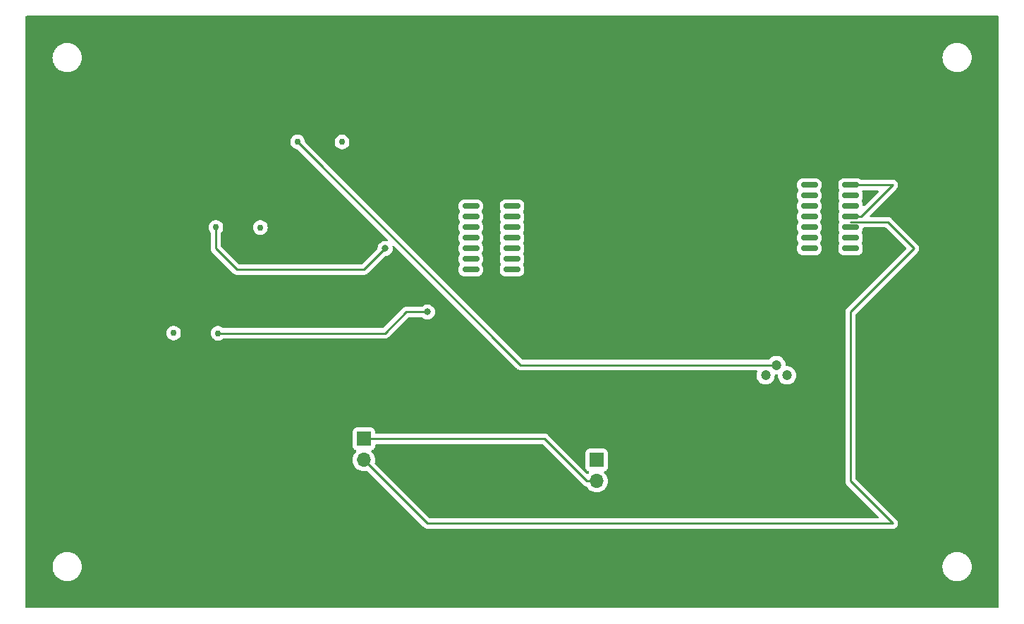
<source format=gbr>
%TF.GenerationSoftware,KiCad,Pcbnew,7.0.6*%
%TF.CreationDate,2023-07-29T19:28:03+05:30*%
%TF.ProjectId,Final_ESA_q5,46696e61-6c5f-4455-9341-5f71352e6b69,rev?*%
%TF.SameCoordinates,Original*%
%TF.FileFunction,Copper,L1,Top*%
%TF.FilePolarity,Positive*%
%FSLAX46Y46*%
G04 Gerber Fmt 4.6, Leading zero omitted, Abs format (unit mm)*
G04 Created by KiCad (PCBNEW 7.0.6) date 2023-07-29 19:28:03*
%MOMM*%
%LPD*%
G01*
G04 APERTURE LIST*
G04 Aperture macros list*
%AMRoundRect*
0 Rectangle with rounded corners*
0 $1 Rounding radius*
0 $2 $3 $4 $5 $6 $7 $8 $9 X,Y pos of 4 corners*
0 Add a 4 corners polygon primitive as box body*
4,1,4,$2,$3,$4,$5,$6,$7,$8,$9,$2,$3,0*
0 Add four circle primitives for the rounded corners*
1,1,$1+$1,$2,$3*
1,1,$1+$1,$4,$5*
1,1,$1+$1,$6,$7*
1,1,$1+$1,$8,$9*
0 Add four rect primitives between the rounded corners*
20,1,$1+$1,$2,$3,$4,$5,0*
20,1,$1+$1,$4,$5,$6,$7,0*
20,1,$1+$1,$6,$7,$8,$9,0*
20,1,$1+$1,$8,$9,$2,$3,0*%
G04 Aperture macros list end*
%TA.AperFunction,ComponentPad*%
%ADD10C,0.758000*%
%TD*%
%TA.AperFunction,SMDPad,CuDef*%
%ADD11RoundRect,0.150000X-0.825000X-0.150000X0.825000X-0.150000X0.825000X0.150000X-0.825000X0.150000X0*%
%TD*%
%TA.AperFunction,ComponentPad*%
%ADD12C,1.200000*%
%TD*%
%TA.AperFunction,ComponentPad*%
%ADD13R,1.700000X1.700000*%
%TD*%
%TA.AperFunction,ComponentPad*%
%ADD14O,1.700000X1.700000*%
%TD*%
%TA.AperFunction,ViaPad*%
%ADD15C,0.800000*%
%TD*%
%TA.AperFunction,Conductor*%
%ADD16C,0.250000*%
%TD*%
G04 APERTURE END LIST*
D10*
%TO.P,R2,1*%
%TO.N,GND*%
X83819985Y-81280013D03*
%TO.P,R2,2*%
%TO.N,Net-(R2-Pad2)*%
X89155294Y-81292194D03*
%TD*%
D11*
%TO.P,U2,1*%
%TO.N,N/C*%
X160150000Y-63500000D03*
%TO.P,U2,2*%
X160150000Y-64770000D03*
%TO.P,U2,3*%
X160150000Y-66040000D03*
%TO.P,U2,4*%
X160150000Y-67310000D03*
%TO.P,U2,5*%
X160150000Y-68580000D03*
%TO.P,U2,6*%
X160150000Y-69850000D03*
%TO.P,U2,7*%
X160150000Y-71120000D03*
%TO.P,U2,8*%
X165100000Y-71120000D03*
%TO.P,U2,9*%
X165100000Y-69850000D03*
%TO.P,U2,10*%
X165100000Y-68580000D03*
%TO.P,U2,11*%
X165100000Y-67310000D03*
%TO.P,U2,12*%
X165100000Y-66040000D03*
%TO.P,U2,13*%
X165100000Y-64770000D03*
%TO.P,U2,14*%
X165100000Y-63500000D03*
%TD*%
%TO.P,U1,1*%
%TO.N,N/C*%
X119510000Y-66040000D03*
%TO.P,U1,2*%
X119510000Y-67310000D03*
%TO.P,U1,3*%
X119510000Y-68580000D03*
%TO.P,U1,4*%
X119510000Y-69850000D03*
%TO.P,U1,5*%
X119510000Y-71120000D03*
%TO.P,U1,6*%
X119510000Y-72390000D03*
%TO.P,U1,7*%
X119510000Y-73660000D03*
%TO.P,U1,8*%
X124460000Y-73660000D03*
%TO.P,U1,9*%
X124460000Y-72390000D03*
%TO.P,U1,10*%
X124460000Y-71120000D03*
%TO.P,U1,11*%
X124460000Y-69850000D03*
%TO.P,U1,12*%
X124460000Y-68580000D03*
%TO.P,U1,13*%
X124460000Y-67310000D03*
%TO.P,U1,14*%
X124460000Y-66040000D03*
%TD*%
D10*
%TO.P,R1,1*%
%TO.N,Net-(Q1-E)*%
X88899985Y-68580013D03*
%TO.P,R1,2*%
%TO.N,GND*%
X94235294Y-68592194D03*
%TD*%
D12*
%TO.P,Q1,1,C*%
%TO.N,Net-(J2-Pin_1)*%
X154907212Y-86353420D03*
%TO.P,Q1,2,B*%
%TO.N,Net-(Q1-B)*%
X156183740Y-85096632D03*
%TO.P,Q1,3,E*%
%TO.N,Net-(Q1-E)*%
X157480008Y-86360000D03*
%TD*%
D13*
%TO.P,J1,1,Pin_1*%
%TO.N,GND*%
X106680000Y-93980000D03*
D14*
%TO.P,J1,2,Pin_2*%
%TO.N,Net-(J1-Pin_2)*%
X106680000Y-96520000D03*
%TD*%
D10*
%TO.P,C1,1*%
%TO.N,Net-(Q1-B)*%
X98713385Y-58316513D03*
%TO.P,C1,2*%
%TO.N,Net-(Q1-E)*%
X104048694Y-58328694D03*
%TD*%
D13*
%TO.P,J2,1,Pin_1*%
%TO.N,Net-(J2-Pin_1)*%
X134620000Y-96520000D03*
D14*
%TO.P,J2,2,Pin_2*%
%TO.N,GND*%
X134620000Y-99060000D03*
%TD*%
D15*
%TO.N,Net-(Q1-E)*%
X109220000Y-71120000D03*
%TO.N,Net-(R2-Pad2)*%
X114300000Y-78740000D03*
X114300000Y-78740000D03*
%TD*%
D16*
%TO.N,*%
X165100000Y-63500000D02*
X170180000Y-63500000D01*
X170180000Y-63500000D02*
X166370000Y-67310000D01*
X166370000Y-67310000D02*
X165100000Y-67310000D01*
%TO.N,Net-(Q1-B)*%
X125493500Y-85096600D02*
X98713400Y-58316500D01*
X156183700Y-85096600D02*
X125493500Y-85096600D01*
%TO.N,Net-(Q1-E)*%
X91440000Y-73660000D02*
X106680000Y-73660000D01*
X88899985Y-68580013D02*
X88899985Y-71119985D01*
X88899985Y-71119985D02*
X91440000Y-73660000D01*
X106680000Y-73660000D02*
X109220000Y-71120000D01*
%TO.N,GND*%
X134620000Y-99060000D02*
X133443100Y-99060000D01*
X106680000Y-93980000D02*
X128363100Y-93980000D01*
X128363100Y-93980000D02*
X133443100Y-99060000D01*
%TO.N,Net-(J1-Pin_2)*%
X114300000Y-104140000D02*
X170180000Y-104140000D01*
X172720000Y-71120000D02*
X169555000Y-67955000D01*
X165100000Y-78740000D02*
X172720000Y-71120000D01*
X169555000Y-67955000D02*
X165100000Y-67955000D01*
X170180000Y-104140000D02*
X165100000Y-99060000D01*
X165100000Y-99060000D02*
X165100000Y-78740000D01*
X106680000Y-96520000D02*
X114300000Y-104140000D01*
%TO.N,Net-(R2-Pad2)*%
X89155294Y-81292194D02*
X109207806Y-81292194D01*
X114300000Y-78740000D02*
X111760000Y-78740000D01*
X109207806Y-81292194D02*
X111760000Y-78740000D01*
%TD*%
%TA.AperFunction,NonConductor*%
G36*
X182822539Y-43200185D02*
G01*
X182868294Y-43252989D01*
X182879500Y-43304500D01*
X182879500Y-114175500D01*
X182859815Y-114242539D01*
X182807011Y-114288294D01*
X182755500Y-114299500D01*
X66164500Y-114299500D01*
X66097461Y-114279815D01*
X66051706Y-114227011D01*
X66040500Y-114175500D01*
X66040500Y-109302938D01*
X69295477Y-109302938D01*
X69303159Y-109405460D01*
X69303332Y-109410074D01*
X69303332Y-109428656D01*
X69302463Y-109431613D01*
X69302688Y-109434607D01*
X69304111Y-109439082D01*
X69306882Y-109457463D01*
X69307401Y-109462071D01*
X69315083Y-109564569D01*
X69337955Y-109664779D01*
X69338818Y-109669337D01*
X69341405Y-109686505D01*
X69341580Y-109687661D01*
X69341161Y-109690732D01*
X69341835Y-109693689D01*
X69343911Y-109697905D01*
X69349397Y-109715689D01*
X69350597Y-109720168D01*
X69373463Y-109820349D01*
X69373464Y-109820351D01*
X69373465Y-109820354D01*
X69411022Y-109916049D01*
X69412546Y-109920405D01*
X69415750Y-109930789D01*
X69418028Y-109938175D01*
X69418069Y-109941251D01*
X69419166Y-109944045D01*
X69421846Y-109947903D01*
X69422160Y-109948554D01*
X69429910Y-109964650D01*
X69431764Y-109968899D01*
X69469316Y-110064579D01*
X69469318Y-110064583D01*
X69520708Y-110153593D01*
X69522876Y-110157694D01*
X69530941Y-110174441D01*
X69531441Y-110177478D01*
X69532942Y-110180079D01*
X69536167Y-110183494D01*
X69539142Y-110187857D01*
X69543244Y-110193874D01*
X69546636Y-110198848D01*
X69549103Y-110202775D01*
X69600498Y-110291793D01*
X69600504Y-110291802D01*
X69632225Y-110331578D01*
X69664586Y-110372157D01*
X69667334Y-110375882D01*
X69677812Y-110391250D01*
X69678759Y-110394181D01*
X69680622Y-110396517D01*
X69684320Y-110399413D01*
X69696978Y-110413055D01*
X69700004Y-110416571D01*
X69764079Y-110496918D01*
X69764088Y-110496927D01*
X69839428Y-110566832D01*
X69842704Y-110570107D01*
X69855346Y-110583732D01*
X69856718Y-110586484D01*
X69858924Y-110588531D01*
X69863005Y-110590840D01*
X69877538Y-110602429D01*
X69881047Y-110605448D01*
X69913520Y-110635578D01*
X69956403Y-110675369D01*
X69956408Y-110675373D01*
X70041329Y-110733271D01*
X70045061Y-110736025D01*
X70059597Y-110747618D01*
X70061364Y-110750136D01*
X70063832Y-110751818D01*
X70068223Y-110753498D01*
X70076015Y-110757997D01*
X70084332Y-110762799D01*
X70088239Y-110765253D01*
X70165676Y-110818049D01*
X70173178Y-110823164D01*
X70173188Y-110823170D01*
X70265779Y-110867759D01*
X70269879Y-110869925D01*
X70285983Y-110879223D01*
X70288108Y-110881452D01*
X70290805Y-110882751D01*
X70295403Y-110883759D01*
X70312723Y-110890558D01*
X70316968Y-110892410D01*
X70409562Y-110937001D01*
X70409572Y-110937004D01*
X70409577Y-110937006D01*
X70432203Y-110943984D01*
X70507807Y-110967305D01*
X70512138Y-110968821D01*
X70529468Y-110975623D01*
X70529471Y-110975624D01*
X70531900Y-110977507D01*
X70534762Y-110978390D01*
X70539450Y-110978702D01*
X70548402Y-110980745D01*
X70551343Y-110981415D01*
X70557588Y-110982841D01*
X70562044Y-110984035D01*
X70660270Y-111014334D01*
X70660273Y-111014334D01*
X70660275Y-111014335D01*
X70675412Y-111016616D01*
X70761935Y-111029657D01*
X70766433Y-111030508D01*
X70784590Y-111034652D01*
X70787276Y-111036155D01*
X70790231Y-111036600D01*
X70794911Y-111036209D01*
X70799447Y-111036548D01*
X70813471Y-111037599D01*
X70818029Y-111038112D01*
X70919703Y-111053438D01*
X70919709Y-111053438D01*
X71022493Y-111053438D01*
X71027110Y-111053610D01*
X71042904Y-111054793D01*
X71045666Y-111055001D01*
X71048545Y-111056086D01*
X71051530Y-111056086D01*
X71056104Y-111055001D01*
X71058865Y-111054793D01*
X71074659Y-111053610D01*
X71079277Y-111053438D01*
X71182061Y-111053438D01*
X71182067Y-111053438D01*
X71283743Y-111038112D01*
X71288301Y-111037599D01*
X71306855Y-111036209D01*
X71309863Y-111036852D01*
X71312828Y-111036405D01*
X71317193Y-111034649D01*
X71335354Y-111030504D01*
X71339804Y-111029662D01*
X71441500Y-111014334D01*
X71539743Y-110984030D01*
X71544181Y-110982841D01*
X71561498Y-110978889D01*
X71562322Y-110978701D01*
X71565390Y-110978889D01*
X71568253Y-110978006D01*
X71572296Y-110975624D01*
X71589635Y-110968820D01*
X71593959Y-110967306D01*
X71692208Y-110937001D01*
X71784823Y-110892399D01*
X71789054Y-110890554D01*
X71806376Y-110883756D01*
X71809440Y-110883484D01*
X71812124Y-110882192D01*
X71815776Y-110879228D01*
X71831918Y-110869908D01*
X71835958Y-110867774D01*
X71928589Y-110823166D01*
X72013553Y-110765238D01*
X72017412Y-110762813D01*
X72033546Y-110753498D01*
X72036537Y-110752773D01*
X72039002Y-110751092D01*
X72042170Y-110747619D01*
X72056708Y-110736025D01*
X72056721Y-110736014D01*
X72060414Y-110733288D01*
X72145364Y-110675371D01*
X72220750Y-110605422D01*
X72224179Y-110602470D01*
X72238766Y-110590838D01*
X72241607Y-110589678D01*
X72243807Y-110587637D01*
X72246415Y-110583741D01*
X72259089Y-110570081D01*
X72262306Y-110566864D01*
X72337690Y-110496919D01*
X72401794Y-110416534D01*
X72404789Y-110413055D01*
X72411441Y-110405886D01*
X72417449Y-110399412D01*
X72420093Y-110397837D01*
X72421950Y-110395507D01*
X72423958Y-110391248D01*
X72434439Y-110375875D01*
X72437164Y-110372182D01*
X72501271Y-110291795D01*
X72552685Y-110202742D01*
X72555114Y-110198877D01*
X72565602Y-110183493D01*
X72567981Y-110181542D01*
X72569478Y-110178950D01*
X72570825Y-110174448D01*
X72578905Y-110157669D01*
X72581035Y-110153638D01*
X72632453Y-110064581D01*
X72670014Y-109968875D01*
X72671843Y-109964681D01*
X72679925Y-109947900D01*
X72681984Y-109945619D01*
X72683080Y-109942825D01*
X72683742Y-109938175D01*
X72689229Y-109920387D01*
X72690746Y-109916052D01*
X72728305Y-109820354D01*
X72751183Y-109720119D01*
X72752371Y-109715686D01*
X72757860Y-109697897D01*
X72759557Y-109695333D01*
X72760220Y-109692427D01*
X72760181Y-109687718D01*
X72760364Y-109686505D01*
X72762956Y-109669308D01*
X72763809Y-109664801D01*
X72786687Y-109564568D01*
X72794370Y-109462040D01*
X72794882Y-109457486D01*
X72798438Y-109433899D01*
X72798438Y-109433892D01*
X72799075Y-109429667D01*
X72798579Y-109426353D01*
X72798689Y-109420453D01*
X72799056Y-109400778D01*
X72799216Y-109397365D01*
X72805515Y-109313317D01*
X176127530Y-109313317D01*
X176135212Y-109415839D01*
X176135385Y-109420453D01*
X176135385Y-109439035D01*
X176134516Y-109441992D01*
X176134741Y-109444986D01*
X176136164Y-109449461D01*
X176138935Y-109467842D01*
X176139454Y-109472450D01*
X176147136Y-109574948D01*
X176170008Y-109675155D01*
X176170870Y-109679713D01*
X176173641Y-109698095D01*
X176173222Y-109701150D01*
X176173888Y-109704068D01*
X176175964Y-109708284D01*
X176181450Y-109726068D01*
X176182650Y-109730547D01*
X176205516Y-109830728D01*
X176205517Y-109830730D01*
X176205518Y-109830733D01*
X176243075Y-109926428D01*
X176244599Y-109930784D01*
X176248690Y-109944045D01*
X176250081Y-109948554D01*
X176250122Y-109951630D01*
X176251219Y-109954424D01*
X176253899Y-109958282D01*
X176256915Y-109964546D01*
X176261963Y-109975029D01*
X176263817Y-109979278D01*
X176301369Y-110074958D01*
X176301371Y-110074962D01*
X176352761Y-110163972D01*
X176354929Y-110168073D01*
X176362994Y-110184820D01*
X176363494Y-110187857D01*
X176364995Y-110190458D01*
X176368220Y-110193873D01*
X176378689Y-110209227D01*
X176381156Y-110213154D01*
X176432551Y-110302172D01*
X176432557Y-110302181D01*
X176464278Y-110341957D01*
X176496639Y-110382536D01*
X176499387Y-110386261D01*
X176509865Y-110401629D01*
X176510812Y-110404560D01*
X176512675Y-110406896D01*
X176516373Y-110409792D01*
X176529031Y-110423434D01*
X176532057Y-110426950D01*
X176596132Y-110507297D01*
X176596141Y-110507306D01*
X176671481Y-110577211D01*
X176674757Y-110580486D01*
X176687399Y-110594111D01*
X176688771Y-110596863D01*
X176690977Y-110598910D01*
X176695058Y-110601219D01*
X176709591Y-110612808D01*
X176713100Y-110615827D01*
X176745573Y-110645957D01*
X176788456Y-110685748D01*
X176788461Y-110685752D01*
X176873382Y-110743650D01*
X176877114Y-110746404D01*
X176891650Y-110757997D01*
X176893417Y-110760515D01*
X176895885Y-110762197D01*
X176900276Y-110763877D01*
X176915082Y-110772425D01*
X176916385Y-110773178D01*
X176920292Y-110775632D01*
X176990008Y-110823164D01*
X177005231Y-110833543D01*
X177005241Y-110833549D01*
X177097832Y-110878138D01*
X177101932Y-110880304D01*
X177118036Y-110889602D01*
X177120161Y-110891831D01*
X177122858Y-110893130D01*
X177127456Y-110894138D01*
X177144776Y-110900937D01*
X177149021Y-110902789D01*
X177241615Y-110947380D01*
X177241625Y-110947383D01*
X177241630Y-110947385D01*
X177264256Y-110954363D01*
X177339860Y-110977684D01*
X177344191Y-110979200D01*
X177356515Y-110984037D01*
X177361524Y-110986003D01*
X177363953Y-110987886D01*
X177366815Y-110988769D01*
X177371503Y-110989081D01*
X177380455Y-110991124D01*
X177383396Y-110991794D01*
X177389641Y-110993220D01*
X177394097Y-110994414D01*
X177492323Y-111024713D01*
X177492326Y-111024713D01*
X177492328Y-111024714D01*
X177507465Y-111026995D01*
X177593988Y-111040036D01*
X177598486Y-111040887D01*
X177616643Y-111045031D01*
X177619329Y-111046534D01*
X177622284Y-111046979D01*
X177626964Y-111046588D01*
X177631500Y-111046927D01*
X177645524Y-111047978D01*
X177650082Y-111048491D01*
X177751756Y-111063817D01*
X177751762Y-111063817D01*
X177854546Y-111063817D01*
X177859163Y-111063989D01*
X177874957Y-111065172D01*
X177877719Y-111065380D01*
X177880598Y-111066465D01*
X177883583Y-111066465D01*
X177888157Y-111065380D01*
X177890918Y-111065172D01*
X177906712Y-111063989D01*
X177911330Y-111063817D01*
X178014114Y-111063817D01*
X178014120Y-111063817D01*
X178115796Y-111048491D01*
X178120354Y-111047978D01*
X178138908Y-111046588D01*
X178141916Y-111047231D01*
X178144881Y-111046784D01*
X178149246Y-111045028D01*
X178167407Y-111040883D01*
X178171857Y-111040041D01*
X178273553Y-111024713D01*
X178371796Y-110994409D01*
X178376234Y-110993220D01*
X178393551Y-110989268D01*
X178394375Y-110989080D01*
X178397443Y-110989268D01*
X178400306Y-110988385D01*
X178404349Y-110986003D01*
X178421688Y-110979199D01*
X178426012Y-110977685D01*
X178524261Y-110947380D01*
X178616876Y-110902778D01*
X178621107Y-110900933D01*
X178638429Y-110894135D01*
X178641493Y-110893863D01*
X178644177Y-110892571D01*
X178647829Y-110889607D01*
X178663971Y-110880287D01*
X178668011Y-110878153D01*
X178760642Y-110833545D01*
X178845606Y-110775617D01*
X178849465Y-110773192D01*
X178865599Y-110763877D01*
X178868590Y-110763152D01*
X178871055Y-110761471D01*
X178874223Y-110757998D01*
X178881972Y-110751818D01*
X178888774Y-110746393D01*
X178892467Y-110743667D01*
X178977417Y-110685750D01*
X179052803Y-110615801D01*
X179056232Y-110612849D01*
X179070819Y-110601217D01*
X179073660Y-110600057D01*
X179075860Y-110598016D01*
X179078468Y-110594120D01*
X179091142Y-110580460D01*
X179094359Y-110577243D01*
X179169743Y-110507298D01*
X179233847Y-110426913D01*
X179236842Y-110423434D01*
X179243211Y-110416570D01*
X179249502Y-110409791D01*
X179252146Y-110408216D01*
X179254003Y-110405886D01*
X179256011Y-110401627D01*
X179266495Y-110386249D01*
X179269217Y-110382561D01*
X179333324Y-110302174D01*
X179384738Y-110213121D01*
X179387167Y-110209256D01*
X179397655Y-110193872D01*
X179400034Y-110191921D01*
X179401531Y-110189329D01*
X179402878Y-110184827D01*
X179410958Y-110168048D01*
X179413088Y-110164017D01*
X179464506Y-110074960D01*
X179502067Y-109979254D01*
X179503896Y-109975060D01*
X179511978Y-109958279D01*
X179514037Y-109955998D01*
X179515133Y-109953204D01*
X179515795Y-109948554D01*
X179521282Y-109930766D01*
X179522799Y-109926431D01*
X179560358Y-109830733D01*
X179583236Y-109730498D01*
X179584424Y-109726065D01*
X179589913Y-109708276D01*
X179591610Y-109705712D01*
X179592273Y-109702806D01*
X179592234Y-109698097D01*
X179595009Y-109679687D01*
X179595862Y-109675180D01*
X179618740Y-109574947D01*
X179619519Y-109564559D01*
X179620546Y-109550834D01*
X179626423Y-109472419D01*
X179626935Y-109467865D01*
X179630491Y-109444278D01*
X179630491Y-109444271D01*
X179631128Y-109440046D01*
X179630632Y-109436732D01*
X179630685Y-109433899D01*
X179631109Y-109411157D01*
X179631269Y-109407744D01*
X179638346Y-109313317D01*
X179637568Y-109302940D01*
X179636328Y-109286392D01*
X179631270Y-109218892D01*
X179631109Y-109215473D01*
X179630631Y-109189900D01*
X179631274Y-109187552D01*
X179630130Y-109179962D01*
X179626936Y-109158774D01*
X179626422Y-109154208D01*
X179618740Y-109051687D01*
X179595863Y-108951458D01*
X179595005Y-108946921D01*
X179595005Y-108946919D01*
X179592234Y-108928537D01*
X179592652Y-108925485D01*
X179591986Y-108922570D01*
X179589910Y-108918348D01*
X179584422Y-108900558D01*
X179583224Y-108896084D01*
X179560358Y-108795901D01*
X179522800Y-108700204D01*
X179521286Y-108695882D01*
X179515794Y-108678079D01*
X179515753Y-108675004D01*
X179514656Y-108672211D01*
X179511974Y-108668345D01*
X179503909Y-108651597D01*
X179502055Y-108647347D01*
X179464507Y-108551676D01*
X179458515Y-108541297D01*
X179413093Y-108462625D01*
X179410954Y-108458576D01*
X179402878Y-108441806D01*
X179402378Y-108438771D01*
X179400881Y-108436178D01*
X179397656Y-108432760D01*
X179387183Y-108417400D01*
X179384720Y-108413480D01*
X179333324Y-108324460D01*
X179325045Y-108314079D01*
X179302270Y-108285519D01*
X179269235Y-108244096D01*
X179266487Y-108240371D01*
X179256010Y-108225004D01*
X179255061Y-108222072D01*
X179253203Y-108219741D01*
X179249502Y-108216841D01*
X179236837Y-108203193D01*
X179233826Y-108199694D01*
X179169743Y-108119336D01*
X179169739Y-108119332D01*
X179169734Y-108119327D01*
X179094392Y-108049420D01*
X179091111Y-108046139D01*
X179078469Y-108032513D01*
X179077099Y-108029766D01*
X179074905Y-108027729D01*
X179070817Y-108025415D01*
X179056273Y-108013816D01*
X179052786Y-108010816D01*
X178977417Y-107940884D01*
X178977411Y-107940880D01*
X178892507Y-107882993D01*
X178888775Y-107880239D01*
X178874223Y-107868634D01*
X178872456Y-107866116D01*
X178869992Y-107864437D01*
X178865597Y-107862755D01*
X178857796Y-107858251D01*
X178849497Y-107853459D01*
X178845574Y-107850994D01*
X178760642Y-107793089D01*
X178760638Y-107793087D01*
X178668033Y-107748490D01*
X178663933Y-107746323D01*
X178647837Y-107737030D01*
X178645711Y-107734800D01*
X178643024Y-107733506D01*
X178638427Y-107732497D01*
X178621107Y-107725700D01*
X178616856Y-107723845D01*
X178589829Y-107710830D01*
X178524261Y-107679254D01*
X178524256Y-107679252D01*
X178524250Y-107679250D01*
X178426041Y-107648956D01*
X178421664Y-107647425D01*
X178404352Y-107640631D01*
X178401921Y-107638746D01*
X178399065Y-107637865D01*
X178394372Y-107637553D01*
X178380432Y-107634371D01*
X178376247Y-107633416D01*
X178371769Y-107632216D01*
X178273561Y-107601923D01*
X178273557Y-107601922D01*
X178273555Y-107601921D01*
X178273553Y-107601921D01*
X178239376Y-107596769D01*
X178171912Y-107586600D01*
X178167360Y-107585739D01*
X178165691Y-107585358D01*
X178162062Y-107584530D01*
X178149223Y-107581599D01*
X178146537Y-107580096D01*
X178143592Y-107579652D01*
X178138908Y-107580043D01*
X178120345Y-107578652D01*
X178115737Y-107578133D01*
X178014127Y-107562817D01*
X178014120Y-107562817D01*
X177911316Y-107562817D01*
X177906678Y-107562643D01*
X177888160Y-107561255D01*
X177885284Y-107560171D01*
X177882284Y-107560171D01*
X177877715Y-107561255D01*
X177859198Y-107562643D01*
X177854560Y-107562817D01*
X177751746Y-107562817D01*
X177650136Y-107578133D01*
X177645528Y-107578652D01*
X177626965Y-107580043D01*
X177623958Y-107579399D01*
X177621011Y-107579843D01*
X177616644Y-107581600D01*
X177598520Y-107585738D01*
X177593963Y-107586600D01*
X177492316Y-107601922D01*
X177492313Y-107601923D01*
X177394109Y-107632215D01*
X177389630Y-107633415D01*
X177372804Y-107637255D01*
X177371551Y-107637542D01*
X177368464Y-107637354D01*
X177365575Y-107638245D01*
X177361524Y-107640630D01*
X177344210Y-107647425D01*
X177339833Y-107648957D01*
X177257436Y-107674374D01*
X177241622Y-107679252D01*
X177241609Y-107679256D01*
X177241603Y-107679258D01*
X177149011Y-107723847D01*
X177144758Y-107725703D01*
X177127442Y-107732498D01*
X177124380Y-107732769D01*
X177121692Y-107734063D01*
X177118036Y-107737031D01*
X177101934Y-107746326D01*
X177097836Y-107748492D01*
X177005238Y-107793086D01*
X177005226Y-107793093D01*
X176920304Y-107850992D01*
X176916376Y-107853460D01*
X176900274Y-107862756D01*
X176897282Y-107863481D01*
X176894819Y-107865160D01*
X176891655Y-107868630D01*
X176877109Y-107880232D01*
X176873375Y-107882987D01*
X176788463Y-107940880D01*
X176788462Y-107940881D01*
X176713110Y-108010795D01*
X176709600Y-108013816D01*
X176695071Y-108025405D01*
X176692220Y-108026569D01*
X176690019Y-108028611D01*
X176687406Y-108032515D01*
X176674771Y-108046132D01*
X176671491Y-108049412D01*
X176596135Y-108119332D01*
X176596131Y-108119337D01*
X176532058Y-108199681D01*
X176529034Y-108203195D01*
X176516376Y-108216837D01*
X176513731Y-108218411D01*
X176511869Y-108220747D01*
X176509863Y-108225006D01*
X176499377Y-108240385D01*
X176496624Y-108244116D01*
X176432552Y-108324458D01*
X176381155Y-108413478D01*
X176378698Y-108417390D01*
X176374652Y-108423328D01*
X176368216Y-108432766D01*
X176365836Y-108434716D01*
X176364341Y-108437307D01*
X176362995Y-108441808D01*
X176354929Y-108458559D01*
X176352761Y-108462661D01*
X176301373Y-108551665D01*
X176301371Y-108551671D01*
X176263817Y-108647352D01*
X176261964Y-108651599D01*
X176253901Y-108668345D01*
X176251838Y-108670629D01*
X176250741Y-108673423D01*
X176250080Y-108678082D01*
X176244599Y-108695848D01*
X176243068Y-108700225D01*
X176205518Y-108795901D01*
X176182651Y-108896084D01*
X176181450Y-108900563D01*
X176175964Y-108918350D01*
X176174265Y-108920914D01*
X176173600Y-108923830D01*
X176173641Y-108928538D01*
X176170870Y-108946919D01*
X176170008Y-108951475D01*
X176147137Y-109051680D01*
X176147135Y-109051690D01*
X176139454Y-109154184D01*
X176138934Y-109158794D01*
X176136164Y-109177173D01*
X176134867Y-109179962D01*
X176134643Y-109182950D01*
X176135385Y-109187597D01*
X176135385Y-109206179D01*
X176135212Y-109210796D01*
X176129523Y-109286715D01*
X176128308Y-109302940D01*
X176127530Y-109313317D01*
X72805515Y-109313317D01*
X72806293Y-109302938D01*
X72799217Y-109208513D01*
X72799056Y-109205094D01*
X72798578Y-109179521D01*
X72799221Y-109177173D01*
X72798077Y-109169583D01*
X72794883Y-109148395D01*
X72794369Y-109143829D01*
X72787531Y-109052568D01*
X72786688Y-109041315D01*
X72786687Y-109041311D01*
X72786687Y-109041308D01*
X72763810Y-108941079D01*
X72762952Y-108936542D01*
X72761746Y-108928541D01*
X72760181Y-108918158D01*
X72760599Y-108915106D01*
X72759933Y-108912191D01*
X72757857Y-108907969D01*
X72752369Y-108890179D01*
X72751171Y-108885705D01*
X72731072Y-108797643D01*
X72728308Y-108785533D01*
X72728306Y-108785528D01*
X72728305Y-108785522D01*
X72690747Y-108689825D01*
X72689233Y-108685503D01*
X72683741Y-108667700D01*
X72683700Y-108664625D01*
X72682603Y-108661832D01*
X72679921Y-108657966D01*
X72671856Y-108641218D01*
X72670002Y-108636968D01*
X72632454Y-108541297D01*
X72632448Y-108541286D01*
X72581042Y-108452249D01*
X72578893Y-108448180D01*
X72570827Y-108431432D01*
X72570327Y-108428396D01*
X72568828Y-108425799D01*
X72565603Y-108422381D01*
X72555130Y-108407021D01*
X72552661Y-108403092D01*
X72509185Y-108327789D01*
X72501271Y-108314081D01*
X72437182Y-108233717D01*
X72434434Y-108229992D01*
X72423957Y-108214625D01*
X72423008Y-108211693D01*
X72421150Y-108209362D01*
X72417449Y-108206462D01*
X72404784Y-108192814D01*
X72401773Y-108189315D01*
X72337690Y-108108957D01*
X72337686Y-108108953D01*
X72337681Y-108108948D01*
X72262339Y-108039041D01*
X72259058Y-108035760D01*
X72246416Y-108022134D01*
X72245046Y-108019387D01*
X72242852Y-108017350D01*
X72238764Y-108015036D01*
X72224220Y-108003437D01*
X72220733Y-108000437D01*
X72145364Y-107930505D01*
X72145358Y-107930501D01*
X72060454Y-107872614D01*
X72056722Y-107869860D01*
X72042170Y-107858255D01*
X72040403Y-107855737D01*
X72037939Y-107854058D01*
X72033544Y-107852376D01*
X72017444Y-107843080D01*
X72013521Y-107840615D01*
X71928589Y-107782710D01*
X71928585Y-107782708D01*
X71835980Y-107738111D01*
X71831880Y-107735944D01*
X71815784Y-107726651D01*
X71813658Y-107724421D01*
X71810971Y-107723127D01*
X71806374Y-107722118D01*
X71789054Y-107715321D01*
X71784803Y-107713466D01*
X71757776Y-107700451D01*
X71692208Y-107668875D01*
X71692203Y-107668873D01*
X71692197Y-107668871D01*
X71593988Y-107638577D01*
X71589611Y-107637046D01*
X71572299Y-107630252D01*
X71569868Y-107628367D01*
X71567012Y-107627486D01*
X71562319Y-107627174D01*
X71548379Y-107623992D01*
X71544194Y-107623037D01*
X71539716Y-107621837D01*
X71441508Y-107591544D01*
X71441504Y-107591543D01*
X71441502Y-107591542D01*
X71441500Y-107591542D01*
X71407323Y-107586390D01*
X71339859Y-107576221D01*
X71335307Y-107575360D01*
X71333638Y-107574979D01*
X71330009Y-107574151D01*
X71317170Y-107571220D01*
X71314484Y-107569717D01*
X71311539Y-107569273D01*
X71306855Y-107569664D01*
X71288292Y-107568273D01*
X71283684Y-107567754D01*
X71182074Y-107552438D01*
X71182067Y-107552438D01*
X71079263Y-107552438D01*
X71074625Y-107552264D01*
X71056107Y-107550876D01*
X71053231Y-107549792D01*
X71050231Y-107549792D01*
X71045662Y-107550876D01*
X71027145Y-107552264D01*
X71022507Y-107552438D01*
X70919693Y-107552438D01*
X70818083Y-107567754D01*
X70813475Y-107568273D01*
X70794912Y-107569664D01*
X70791905Y-107569020D01*
X70788958Y-107569464D01*
X70784591Y-107571221D01*
X70766467Y-107575359D01*
X70761910Y-107576221D01*
X70660263Y-107591543D01*
X70660260Y-107591544D01*
X70562056Y-107621836D01*
X70557577Y-107623036D01*
X70540751Y-107626876D01*
X70539498Y-107627163D01*
X70536411Y-107626975D01*
X70533522Y-107627866D01*
X70529471Y-107630251D01*
X70512157Y-107637046D01*
X70507780Y-107638578D01*
X70424551Y-107664251D01*
X70409569Y-107668873D01*
X70409556Y-107668877D01*
X70409550Y-107668879D01*
X70316958Y-107713468D01*
X70312705Y-107715324D01*
X70295389Y-107722119D01*
X70292327Y-107722390D01*
X70289639Y-107723684D01*
X70285983Y-107726652D01*
X70269881Y-107735947D01*
X70265783Y-107738113D01*
X70173185Y-107782707D01*
X70173173Y-107782714D01*
X70088251Y-107840613D01*
X70084323Y-107843081D01*
X70068221Y-107852377D01*
X70065229Y-107853102D01*
X70062766Y-107854781D01*
X70059602Y-107858251D01*
X70045056Y-107869853D01*
X70041322Y-107872608D01*
X69956410Y-107930501D01*
X69956409Y-107930502D01*
X69881057Y-108000416D01*
X69877547Y-108003437D01*
X69863018Y-108015026D01*
X69860167Y-108016190D01*
X69857966Y-108018232D01*
X69855353Y-108022136D01*
X69842718Y-108035753D01*
X69839438Y-108039033D01*
X69764082Y-108108953D01*
X69764078Y-108108958D01*
X69700005Y-108189302D01*
X69696981Y-108192816D01*
X69684323Y-108206458D01*
X69681678Y-108208032D01*
X69679816Y-108210368D01*
X69677810Y-108214627D01*
X69667324Y-108230006D01*
X69664571Y-108233737D01*
X69600499Y-108314079D01*
X69549098Y-108403106D01*
X69546633Y-108407030D01*
X69537214Y-108420846D01*
X69536172Y-108422374D01*
X69533789Y-108424327D01*
X69532288Y-108426928D01*
X69530942Y-108431429D01*
X69522876Y-108448180D01*
X69520708Y-108452282D01*
X69469320Y-108541286D01*
X69469318Y-108541292D01*
X69431764Y-108636973D01*
X69429911Y-108641220D01*
X69421848Y-108657966D01*
X69419785Y-108660250D01*
X69418688Y-108663044D01*
X69418027Y-108667703D01*
X69412546Y-108685469D01*
X69411015Y-108689846D01*
X69373465Y-108785522D01*
X69350598Y-108885705D01*
X69349397Y-108890184D01*
X69343911Y-108907971D01*
X69342212Y-108910535D01*
X69341547Y-108913451D01*
X69341588Y-108918159D01*
X69338817Y-108936540D01*
X69337955Y-108941096D01*
X69315084Y-109041301D01*
X69315082Y-109041311D01*
X69307401Y-109143805D01*
X69306881Y-109148415D01*
X69304111Y-109166794D01*
X69302814Y-109169583D01*
X69302590Y-109172571D01*
X69303332Y-109177218D01*
X69303332Y-109195800D01*
X69303159Y-109200417D01*
X69295477Y-109302938D01*
X66040500Y-109302938D01*
X66040500Y-96520000D01*
X105324341Y-96520000D01*
X105344936Y-96755403D01*
X105344938Y-96755413D01*
X105406094Y-96983655D01*
X105406096Y-96983659D01*
X105406097Y-96983663D01*
X105505965Y-97197830D01*
X105505967Y-97197834D01*
X105614281Y-97352521D01*
X105641505Y-97391401D01*
X105808599Y-97558495D01*
X105905384Y-97626265D01*
X106002165Y-97694032D01*
X106002167Y-97694033D01*
X106002170Y-97694035D01*
X106216337Y-97793903D01*
X106444592Y-97855063D01*
X106621034Y-97870500D01*
X106679999Y-97875659D01*
X106680000Y-97875659D01*
X106680001Y-97875659D01*
X106738966Y-97870500D01*
X106915408Y-97855063D01*
X107015873Y-97828143D01*
X107085722Y-97829806D01*
X107135647Y-97860237D01*
X113799197Y-104523788D01*
X113809022Y-104536051D01*
X113809243Y-104535869D01*
X113814214Y-104541878D01*
X113840217Y-104566295D01*
X113864635Y-104589226D01*
X113885529Y-104610120D01*
X113891011Y-104614373D01*
X113895443Y-104618157D01*
X113929418Y-104650062D01*
X113946976Y-104659714D01*
X113963235Y-104670395D01*
X113979064Y-104682673D01*
X114021838Y-104701182D01*
X114027056Y-104703738D01*
X114067908Y-104726197D01*
X114087316Y-104731180D01*
X114105717Y-104737480D01*
X114124104Y-104745437D01*
X114167488Y-104752308D01*
X114170119Y-104752725D01*
X114175839Y-104753909D01*
X114220981Y-104765500D01*
X114241016Y-104765500D01*
X114260414Y-104767026D01*
X114280194Y-104770159D01*
X114280195Y-104770160D01*
X114280195Y-104770159D01*
X114280196Y-104770160D01*
X114326583Y-104765775D01*
X114332422Y-104765500D01*
X170121016Y-104765500D01*
X170140413Y-104767026D01*
X170160196Y-104770160D01*
X170206583Y-104765775D01*
X170212422Y-104765500D01*
X170219344Y-104765500D01*
X170219350Y-104765500D01*
X170246195Y-104762107D01*
X170248656Y-104761797D01*
X170271614Y-104759627D01*
X170317533Y-104755287D01*
X170317536Y-104755285D01*
X170325141Y-104753586D01*
X170325204Y-104753868D01*
X170329303Y-104752884D01*
X170329232Y-104752605D01*
X170336786Y-104750664D01*
X170336792Y-104750664D01*
X170401133Y-104725189D01*
X170466228Y-104701754D01*
X170466230Y-104701751D01*
X170473180Y-104698211D01*
X170473311Y-104698469D01*
X170477032Y-104696499D01*
X170476893Y-104696246D01*
X170483732Y-104692486D01*
X170497239Y-104682672D01*
X170539704Y-104651819D01*
X170596938Y-104612924D01*
X170596941Y-104612919D01*
X170602795Y-104607760D01*
X170602986Y-104607977D01*
X170606096Y-104605147D01*
X170605898Y-104604937D01*
X170611583Y-104599598D01*
X170611585Y-104599595D01*
X170611587Y-104599594D01*
X170655683Y-104546289D01*
X170701450Y-104494378D01*
X170701452Y-104494375D01*
X170705834Y-104487927D01*
X170706072Y-104488089D01*
X170708386Y-104484567D01*
X170708142Y-104484412D01*
X170712317Y-104477830D01*
X170712324Y-104477823D01*
X170741782Y-104415221D01*
X170773198Y-104353565D01*
X170773199Y-104353556D01*
X170775840Y-104346224D01*
X170776113Y-104346322D01*
X170777478Y-104342334D01*
X170777203Y-104342245D01*
X170779610Y-104334832D01*
X170779614Y-104334826D01*
X170792580Y-104266853D01*
X170807673Y-104199333D01*
X170807673Y-104199328D01*
X170808408Y-104191562D01*
X170808695Y-104191589D01*
X170809025Y-104187392D01*
X170808737Y-104187374D01*
X170809227Y-104179586D01*
X170804882Y-104110527D01*
X170802709Y-104041375D01*
X170801488Y-104033668D01*
X170801772Y-104033622D01*
X170801048Y-104029472D01*
X170800766Y-104029526D01*
X170799305Y-104021866D01*
X170777923Y-103956061D01*
X170777923Y-103956060D01*
X170758618Y-103889610D01*
X170758615Y-103889606D01*
X170755520Y-103882452D01*
X170755783Y-103882337D01*
X170754050Y-103878498D01*
X170753790Y-103878621D01*
X170750468Y-103871562D01*
X170750467Y-103871559D01*
X170713400Y-103813152D01*
X170678170Y-103753580D01*
X170678165Y-103753575D01*
X170673384Y-103747410D01*
X170673611Y-103747233D01*
X170670980Y-103743949D01*
X170670758Y-103744134D01*
X170665789Y-103738129D01*
X170665786Y-103738123D01*
X170615348Y-103690758D01*
X165761819Y-98837228D01*
X165728334Y-98775905D01*
X165725500Y-98749547D01*
X165725500Y-79050452D01*
X165745185Y-78983413D01*
X165761819Y-78962771D01*
X166885090Y-77839500D01*
X173112199Y-71612390D01*
X173130182Y-71597514D01*
X173136938Y-71592924D01*
X173174918Y-71549842D01*
X173177558Y-71547032D01*
X173190120Y-71534471D01*
X173201012Y-71520427D01*
X173203465Y-71517463D01*
X173241450Y-71474378D01*
X173245157Y-71467100D01*
X173257663Y-71447394D01*
X173262673Y-71440936D01*
X173285482Y-71388224D01*
X173287112Y-71384758D01*
X173313198Y-71333565D01*
X173314980Y-71325589D01*
X173322195Y-71303386D01*
X173325437Y-71295896D01*
X173334419Y-71239178D01*
X173335149Y-71235357D01*
X173341336Y-71207680D01*
X173347673Y-71179333D01*
X173347416Y-71171164D01*
X173348883Y-71147867D01*
X173349246Y-71145568D01*
X173350160Y-71139804D01*
X173344755Y-71082642D01*
X173344512Y-71078772D01*
X173342709Y-71021373D01*
X173340428Y-71013523D01*
X173336055Y-70990601D01*
X173335287Y-70982467D01*
X173315840Y-70928450D01*
X173314636Y-70924745D01*
X173306637Y-70897213D01*
X173298618Y-70869610D01*
X173294459Y-70862577D01*
X173284523Y-70841463D01*
X173283593Y-70838881D01*
X173281754Y-70833772D01*
X173249473Y-70786274D01*
X173247399Y-70783004D01*
X173218170Y-70733580D01*
X173212392Y-70727802D01*
X173197516Y-70709821D01*
X173192923Y-70703063D01*
X173149862Y-70665099D01*
X173147038Y-70662448D01*
X170055803Y-67571212D01*
X170045980Y-67558950D01*
X170045759Y-67559134D01*
X170040786Y-67553123D01*
X170040785Y-67553122D01*
X169990364Y-67505773D01*
X169979919Y-67495328D01*
X169969475Y-67484883D01*
X169963986Y-67480625D01*
X169959561Y-67476847D01*
X169925582Y-67444938D01*
X169925580Y-67444936D01*
X169925577Y-67444935D01*
X169908029Y-67435288D01*
X169891763Y-67424604D01*
X169875933Y-67412325D01*
X169833168Y-67393818D01*
X169827922Y-67391248D01*
X169787093Y-67368803D01*
X169787092Y-67368802D01*
X169767693Y-67363822D01*
X169749281Y-67357518D01*
X169730898Y-67349562D01*
X169730892Y-67349560D01*
X169684874Y-67342272D01*
X169679152Y-67341087D01*
X169634021Y-67329500D01*
X169634019Y-67329500D01*
X169613984Y-67329500D01*
X169594586Y-67327973D01*
X169587162Y-67326797D01*
X169574805Y-67324840D01*
X169574804Y-67324840D01*
X169528416Y-67329225D01*
X169522578Y-67329500D01*
X167534452Y-67329500D01*
X167467413Y-67309815D01*
X167421658Y-67257011D01*
X167411714Y-67187853D01*
X167440739Y-67124297D01*
X167446771Y-67117819D01*
X168114197Y-66450393D01*
X170580585Y-63984003D01*
X170595376Y-63971371D01*
X170611587Y-63959594D01*
X170641285Y-63923693D01*
X170645222Y-63919367D01*
X170650120Y-63914470D01*
X170668222Y-63891133D01*
X170712324Y-63837823D01*
X170712325Y-63837820D01*
X170716504Y-63831236D01*
X170716748Y-63831391D01*
X170718948Y-63827800D01*
X170718701Y-63827654D01*
X170722675Y-63820934D01*
X170750162Y-63757412D01*
X170752442Y-63752567D01*
X170779614Y-63694826D01*
X170779616Y-63694813D01*
X170782025Y-63687403D01*
X170782300Y-63687492D01*
X170783538Y-63683468D01*
X170783261Y-63683388D01*
X170785436Y-63675899D01*
X170785438Y-63675895D01*
X170796262Y-63607551D01*
X170809227Y-63539588D01*
X170809227Y-63539585D01*
X170809716Y-63531806D01*
X170810003Y-63531824D01*
X170810202Y-63527609D01*
X170809914Y-63527600D01*
X170810158Y-63519812D01*
X170810160Y-63519804D01*
X170803649Y-63450926D01*
X170799304Y-63381862D01*
X170799303Y-63381860D01*
X170797841Y-63374194D01*
X170798123Y-63374140D01*
X170797270Y-63370019D01*
X170796989Y-63370082D01*
X170795287Y-63362470D01*
X170795287Y-63362467D01*
X170771846Y-63297356D01*
X170750467Y-63231559D01*
X170750463Y-63231553D01*
X170747145Y-63224501D01*
X170747406Y-63224377D01*
X170745552Y-63220593D01*
X170745297Y-63220724D01*
X170741754Y-63213770D01*
X170722297Y-63185142D01*
X170702841Y-63156513D01*
X170665786Y-63098123D01*
X170665784Y-63098121D01*
X170665783Y-63098119D01*
X170660810Y-63092107D01*
X170661030Y-63091924D01*
X170658299Y-63088726D01*
X170658085Y-63088916D01*
X170652925Y-63083064D01*
X170652924Y-63083062D01*
X170601013Y-63037297D01*
X170550583Y-62989938D01*
X170544273Y-62985354D01*
X170544439Y-62985124D01*
X170540991Y-62982701D01*
X170540832Y-62982936D01*
X170534380Y-62978551D01*
X170472727Y-62947137D01*
X170412093Y-62913803D01*
X170404840Y-62910932D01*
X170404944Y-62910666D01*
X170400999Y-62909175D01*
X170400903Y-62909444D01*
X170393559Y-62906800D01*
X170326041Y-62891708D01*
X170259025Y-62874500D01*
X170251283Y-62873523D01*
X170251318Y-62873238D01*
X170247122Y-62872775D01*
X170247095Y-62873061D01*
X170239333Y-62872326D01*
X170170172Y-62874500D01*
X166420809Y-62874500D01*
X166353770Y-62854815D01*
X166333128Y-62838181D01*
X166326870Y-62831923D01*
X166326862Y-62831917D01*
X166185396Y-62748255D01*
X166185393Y-62748254D01*
X166027573Y-62702402D01*
X166027567Y-62702401D01*
X165990696Y-62699500D01*
X165990694Y-62699500D01*
X164209306Y-62699500D01*
X164209304Y-62699500D01*
X164172432Y-62702401D01*
X164172426Y-62702402D01*
X164014606Y-62748254D01*
X164014603Y-62748255D01*
X163873137Y-62831917D01*
X163873129Y-62831923D01*
X163756923Y-62948129D01*
X163756917Y-62948137D01*
X163673255Y-63089603D01*
X163673254Y-63089606D01*
X163627402Y-63247426D01*
X163627401Y-63247432D01*
X163624500Y-63284304D01*
X163624500Y-63715696D01*
X163627401Y-63752567D01*
X163627402Y-63752573D01*
X163673254Y-63910393D01*
X163673255Y-63910396D01*
X163673256Y-63910398D01*
X163681120Y-63923695D01*
X163756917Y-64051862D01*
X163761702Y-64058031D01*
X163759248Y-64059933D01*
X163785844Y-64108578D01*
X163780895Y-64178273D01*
X163760074Y-64210706D01*
X163761702Y-64211969D01*
X163756917Y-64218137D01*
X163673255Y-64359603D01*
X163673254Y-64359606D01*
X163627402Y-64517426D01*
X163627401Y-64517432D01*
X163624500Y-64554304D01*
X163624500Y-64985696D01*
X163627401Y-65022567D01*
X163627402Y-65022573D01*
X163673254Y-65180393D01*
X163673255Y-65180396D01*
X163756917Y-65321862D01*
X163761702Y-65328031D01*
X163759256Y-65329927D01*
X163785857Y-65378642D01*
X163780873Y-65448334D01*
X163760069Y-65480703D01*
X163761702Y-65481969D01*
X163756917Y-65488137D01*
X163673255Y-65629603D01*
X163673254Y-65629606D01*
X163627402Y-65787426D01*
X163627401Y-65787432D01*
X163624500Y-65824304D01*
X163624500Y-66255696D01*
X163627401Y-66292567D01*
X163627402Y-66292573D01*
X163673254Y-66450393D01*
X163673255Y-66450396D01*
X163756917Y-66591862D01*
X163761702Y-66598031D01*
X163759256Y-66599927D01*
X163785857Y-66648642D01*
X163780873Y-66718334D01*
X163760069Y-66750703D01*
X163761702Y-66751969D01*
X163756917Y-66758137D01*
X163673255Y-66899603D01*
X163673254Y-66899606D01*
X163627402Y-67057426D01*
X163627401Y-67057432D01*
X163624500Y-67094304D01*
X163624500Y-67525696D01*
X163627401Y-67562567D01*
X163627402Y-67562573D01*
X163673254Y-67720393D01*
X163673255Y-67720396D01*
X163756917Y-67861862D01*
X163761702Y-67868031D01*
X163759256Y-67869927D01*
X163785857Y-67918642D01*
X163780873Y-67988334D01*
X163760069Y-68020703D01*
X163761702Y-68021969D01*
X163756917Y-68028137D01*
X163673255Y-68169603D01*
X163673254Y-68169606D01*
X163627402Y-68327426D01*
X163627401Y-68327432D01*
X163624500Y-68364304D01*
X163624500Y-68795696D01*
X163627401Y-68832567D01*
X163627402Y-68832573D01*
X163673254Y-68990393D01*
X163673255Y-68990396D01*
X163756917Y-69131862D01*
X163761702Y-69138031D01*
X163759256Y-69139927D01*
X163785857Y-69188642D01*
X163780873Y-69258334D01*
X163760069Y-69290703D01*
X163761702Y-69291969D01*
X163756917Y-69298137D01*
X163673255Y-69439603D01*
X163673254Y-69439606D01*
X163627402Y-69597426D01*
X163627401Y-69597432D01*
X163624500Y-69634304D01*
X163624500Y-70065696D01*
X163627401Y-70102567D01*
X163627402Y-70102573D01*
X163673254Y-70260393D01*
X163673255Y-70260396D01*
X163756917Y-70401862D01*
X163761702Y-70408031D01*
X163759256Y-70409927D01*
X163785857Y-70458642D01*
X163780873Y-70528334D01*
X163760069Y-70560703D01*
X163761702Y-70561969D01*
X163756917Y-70568137D01*
X163673255Y-70709603D01*
X163673254Y-70709606D01*
X163627402Y-70867426D01*
X163627401Y-70867432D01*
X163624500Y-70904304D01*
X163624500Y-71335696D01*
X163627401Y-71372567D01*
X163627402Y-71372573D01*
X163673254Y-71530393D01*
X163673255Y-71530396D01*
X163756917Y-71671862D01*
X163756923Y-71671870D01*
X163873129Y-71788076D01*
X163873133Y-71788079D01*
X163873135Y-71788081D01*
X164014602Y-71871744D01*
X164056224Y-71883836D01*
X164172426Y-71917597D01*
X164172429Y-71917597D01*
X164172431Y-71917598D01*
X164184722Y-71918565D01*
X164209304Y-71920500D01*
X164209306Y-71920500D01*
X165990696Y-71920500D01*
X166009131Y-71919049D01*
X166027569Y-71917598D01*
X166027571Y-71917597D01*
X166027573Y-71917597D01*
X166073864Y-71904148D01*
X166185398Y-71871744D01*
X166326865Y-71788081D01*
X166443081Y-71671865D01*
X166526744Y-71530398D01*
X166572598Y-71372569D01*
X166575500Y-71335694D01*
X166575500Y-70904306D01*
X166572598Y-70867431D01*
X166563434Y-70835890D01*
X166526745Y-70709606D01*
X166526744Y-70709603D01*
X166526744Y-70709602D01*
X166443081Y-70568135D01*
X166443078Y-70568132D01*
X166438298Y-70561969D01*
X166440750Y-70560066D01*
X166414155Y-70511421D01*
X166419104Y-70441726D01*
X166439940Y-70409304D01*
X166438298Y-70408031D01*
X166443075Y-70401870D01*
X166443081Y-70401865D01*
X166526744Y-70260398D01*
X166572598Y-70102569D01*
X166575500Y-70065694D01*
X166575500Y-69634306D01*
X166572598Y-69597431D01*
X166526744Y-69439602D01*
X166443081Y-69298135D01*
X166443078Y-69298132D01*
X166438298Y-69291969D01*
X166440750Y-69290066D01*
X166414155Y-69241421D01*
X166419104Y-69171726D01*
X166439940Y-69139304D01*
X166438298Y-69138031D01*
X166443075Y-69131870D01*
X166443081Y-69131865D01*
X166526744Y-68990398D01*
X166572598Y-68832569D01*
X166575500Y-68795694D01*
X166575500Y-68704500D01*
X166595185Y-68637461D01*
X166647989Y-68591706D01*
X166699500Y-68580500D01*
X169244548Y-68580500D01*
X169311587Y-68600185D01*
X169332229Y-68616819D01*
X171747728Y-71032318D01*
X171781213Y-71093641D01*
X171776229Y-71163333D01*
X171747728Y-71207680D01*
X164716208Y-78239199D01*
X164703951Y-78249020D01*
X164704134Y-78249241D01*
X164698123Y-78254213D01*
X164650772Y-78304636D01*
X164629889Y-78325519D01*
X164629877Y-78325532D01*
X164625621Y-78331017D01*
X164621837Y-78335447D01*
X164589937Y-78369418D01*
X164589936Y-78369420D01*
X164580284Y-78386976D01*
X164569610Y-78403226D01*
X164557329Y-78419061D01*
X164557324Y-78419068D01*
X164538815Y-78461838D01*
X164536245Y-78467084D01*
X164513803Y-78507906D01*
X164508822Y-78527307D01*
X164502521Y-78545710D01*
X164494562Y-78564102D01*
X164494561Y-78564105D01*
X164487271Y-78610127D01*
X164486087Y-78615846D01*
X164474501Y-78660972D01*
X164474499Y-78660984D01*
X164474499Y-78681020D01*
X164472973Y-78700411D01*
X164469840Y-78720194D01*
X164469840Y-78720195D01*
X164474225Y-78766583D01*
X164474500Y-78772421D01*
X164474500Y-98977255D01*
X164472775Y-98992872D01*
X164473061Y-98992899D01*
X164472326Y-99000665D01*
X164474500Y-99069814D01*
X164474500Y-99099343D01*
X164474501Y-99099360D01*
X164475368Y-99106231D01*
X164475826Y-99112050D01*
X164477290Y-99158624D01*
X164477291Y-99158627D01*
X164482880Y-99177867D01*
X164486824Y-99196911D01*
X164489336Y-99216791D01*
X164506490Y-99260119D01*
X164508382Y-99265647D01*
X164521381Y-99310388D01*
X164531580Y-99327634D01*
X164540138Y-99345103D01*
X164547514Y-99363732D01*
X164574898Y-99401423D01*
X164578106Y-99406307D01*
X164601827Y-99446416D01*
X164601833Y-99446424D01*
X164615990Y-99460580D01*
X164628628Y-99475376D01*
X164640405Y-99491586D01*
X164640406Y-99491587D01*
X164676309Y-99521288D01*
X164680620Y-99525210D01*
X168268067Y-103112657D01*
X168458228Y-103302819D01*
X168491713Y-103364142D01*
X168486729Y-103433834D01*
X168444857Y-103489767D01*
X168379393Y-103514184D01*
X168370547Y-103514500D01*
X114610453Y-103514500D01*
X114543414Y-103494815D01*
X114522772Y-103478181D01*
X108020237Y-96975646D01*
X107986752Y-96914323D01*
X107988142Y-96855876D01*
X108015063Y-96755408D01*
X108035659Y-96520000D01*
X108015063Y-96284592D01*
X107953903Y-96056337D01*
X107854035Y-95842171D01*
X107718495Y-95648599D01*
X107596567Y-95526671D01*
X107563084Y-95465351D01*
X107568068Y-95395659D01*
X107609939Y-95339725D01*
X107640915Y-95322810D01*
X107772331Y-95273796D01*
X107887546Y-95187546D01*
X107973796Y-95072331D01*
X108024091Y-94937483D01*
X108030500Y-94877873D01*
X108030500Y-94729499D01*
X108050185Y-94662461D01*
X108102989Y-94616706D01*
X108154500Y-94605500D01*
X128052648Y-94605500D01*
X128119687Y-94625185D01*
X128140329Y-94641819D01*
X132942297Y-99443788D01*
X132952122Y-99456051D01*
X132952343Y-99455869D01*
X132957314Y-99461878D01*
X132983317Y-99486295D01*
X133007735Y-99509226D01*
X133028629Y-99530120D01*
X133034111Y-99534373D01*
X133038543Y-99538157D01*
X133072518Y-99570062D01*
X133090076Y-99579714D01*
X133106333Y-99590393D01*
X133122164Y-99602673D01*
X133141837Y-99611186D01*
X133164933Y-99621182D01*
X133170177Y-99623750D01*
X133211008Y-99646197D01*
X133223623Y-99649435D01*
X133230405Y-99651177D01*
X133248819Y-99657481D01*
X133267204Y-99665438D01*
X133313257Y-99672732D01*
X133318926Y-99673906D01*
X133364081Y-99685500D01*
X133364084Y-99685500D01*
X133371639Y-99687440D01*
X133370975Y-99690025D01*
X133423214Y-99712792D01*
X133445230Y-99736780D01*
X133445964Y-99737829D01*
X133445965Y-99737830D01*
X133581505Y-99931401D01*
X133748599Y-100098495D01*
X133845384Y-100166264D01*
X133942165Y-100234032D01*
X133942167Y-100234033D01*
X133942170Y-100234035D01*
X134156337Y-100333903D01*
X134384592Y-100395063D01*
X134572918Y-100411539D01*
X134619999Y-100415659D01*
X134620000Y-100415659D01*
X134620001Y-100415659D01*
X134659234Y-100412226D01*
X134855408Y-100395063D01*
X135083663Y-100333903D01*
X135297830Y-100234035D01*
X135491401Y-100098495D01*
X135658495Y-99931401D01*
X135794035Y-99737830D01*
X135893903Y-99523663D01*
X135955063Y-99295408D01*
X135975659Y-99060000D01*
X135955063Y-98824592D01*
X135893903Y-98596337D01*
X135794035Y-98382171D01*
X135664384Y-98197010D01*
X135658496Y-98188600D01*
X135633421Y-98163525D01*
X135536567Y-98066671D01*
X135503084Y-98005351D01*
X135508068Y-97935659D01*
X135549939Y-97879725D01*
X135580915Y-97862810D01*
X135712331Y-97813796D01*
X135827546Y-97727546D01*
X135913796Y-97612331D01*
X135964091Y-97477483D01*
X135970500Y-97417873D01*
X135970499Y-95622128D01*
X135964091Y-95562517D01*
X135950722Y-95526674D01*
X135913797Y-95427671D01*
X135913793Y-95427664D01*
X135827547Y-95312455D01*
X135827544Y-95312452D01*
X135712335Y-95226206D01*
X135712328Y-95226202D01*
X135577482Y-95175908D01*
X135577483Y-95175908D01*
X135517883Y-95169501D01*
X135517881Y-95169500D01*
X135517873Y-95169500D01*
X135517864Y-95169500D01*
X133722129Y-95169500D01*
X133722123Y-95169501D01*
X133662516Y-95175908D01*
X133527671Y-95226202D01*
X133527664Y-95226206D01*
X133412455Y-95312452D01*
X133412452Y-95312455D01*
X133326206Y-95427664D01*
X133326202Y-95427671D01*
X133275908Y-95562517D01*
X133269501Y-95622116D01*
X133269501Y-95622123D01*
X133269500Y-95622135D01*
X133269500Y-97417870D01*
X133269501Y-97417876D01*
X133275908Y-97477483D01*
X133326202Y-97612328D01*
X133326206Y-97612335D01*
X133412452Y-97727544D01*
X133412455Y-97727547D01*
X133527664Y-97813793D01*
X133527671Y-97813797D01*
X133659082Y-97862810D01*
X133715016Y-97904681D01*
X133739433Y-97970145D01*
X133724582Y-98038418D01*
X133703430Y-98066674D01*
X133606577Y-98163526D01*
X133545253Y-98197010D01*
X133475562Y-98192026D01*
X133431215Y-98163525D01*
X128863903Y-93596212D01*
X128854080Y-93583950D01*
X128853859Y-93584134D01*
X128848886Y-93578123D01*
X128798464Y-93530773D01*
X128788019Y-93520328D01*
X128777575Y-93509883D01*
X128772086Y-93505625D01*
X128767661Y-93501847D01*
X128733682Y-93469938D01*
X128733680Y-93469936D01*
X128733677Y-93469935D01*
X128716129Y-93460288D01*
X128699863Y-93449604D01*
X128684033Y-93437325D01*
X128641268Y-93418818D01*
X128636022Y-93416248D01*
X128595193Y-93393803D01*
X128595192Y-93393802D01*
X128575793Y-93388822D01*
X128557381Y-93382518D01*
X128538998Y-93374562D01*
X128538992Y-93374560D01*
X128492974Y-93367272D01*
X128487252Y-93366087D01*
X128442121Y-93354500D01*
X128442119Y-93354500D01*
X128422084Y-93354500D01*
X128402686Y-93352973D01*
X128395262Y-93351797D01*
X128382905Y-93349840D01*
X128382904Y-93349840D01*
X128336516Y-93354225D01*
X128330678Y-93354500D01*
X108154499Y-93354500D01*
X108087460Y-93334815D01*
X108041705Y-93282011D01*
X108030499Y-93230500D01*
X108030499Y-93082129D01*
X108030498Y-93082123D01*
X108030497Y-93082116D01*
X108024091Y-93022517D01*
X107973796Y-92887669D01*
X107973795Y-92887668D01*
X107973793Y-92887664D01*
X107887547Y-92772455D01*
X107887544Y-92772452D01*
X107772335Y-92686206D01*
X107772328Y-92686202D01*
X107637482Y-92635908D01*
X107637483Y-92635908D01*
X107577883Y-92629501D01*
X107577881Y-92629500D01*
X107577873Y-92629500D01*
X107577864Y-92629500D01*
X105782129Y-92629500D01*
X105782123Y-92629501D01*
X105722516Y-92635908D01*
X105587671Y-92686202D01*
X105587664Y-92686206D01*
X105472455Y-92772452D01*
X105472452Y-92772455D01*
X105386206Y-92887664D01*
X105386202Y-92887671D01*
X105335908Y-93022517D01*
X105329501Y-93082116D01*
X105329501Y-93082123D01*
X105329500Y-93082135D01*
X105329500Y-94877870D01*
X105329501Y-94877876D01*
X105335908Y-94937483D01*
X105386202Y-95072328D01*
X105386206Y-95072335D01*
X105472452Y-95187544D01*
X105472455Y-95187547D01*
X105587664Y-95273793D01*
X105587671Y-95273797D01*
X105719081Y-95322810D01*
X105775015Y-95364681D01*
X105799432Y-95430145D01*
X105784580Y-95498418D01*
X105763430Y-95526673D01*
X105641503Y-95648600D01*
X105505965Y-95842169D01*
X105505964Y-95842171D01*
X105406098Y-96056335D01*
X105406094Y-96056344D01*
X105344938Y-96284586D01*
X105344936Y-96284596D01*
X105324341Y-96519999D01*
X105324341Y-96520000D01*
X66040500Y-96520000D01*
X66040500Y-81280012D01*
X82935640Y-81280012D01*
X82954965Y-81463881D01*
X82954966Y-81463883D01*
X83012093Y-81639702D01*
X83012096Y-81639709D01*
X83104535Y-81799818D01*
X83197311Y-81902856D01*
X83210671Y-81917694D01*
X83228243Y-81937209D01*
X83245009Y-81949390D01*
X83377812Y-82045878D01*
X83546701Y-82121073D01*
X83546707Y-82121075D01*
X83727546Y-82159513D01*
X83727547Y-82159513D01*
X83912423Y-82159513D01*
X83912424Y-82159513D01*
X84093263Y-82121075D01*
X84093265Y-82121073D01*
X84093268Y-82121073D01*
X84150156Y-82095744D01*
X84262158Y-82045878D01*
X84411727Y-81937209D01*
X84535435Y-81799818D01*
X84627874Y-81639709D01*
X84685005Y-81463879D01*
X84703050Y-81292193D01*
X88270949Y-81292193D01*
X88290274Y-81476062D01*
X88290275Y-81476064D01*
X88347402Y-81651883D01*
X88347405Y-81651890D01*
X88439844Y-81811999D01*
X88563552Y-81949390D01*
X88696355Y-82045878D01*
X88713121Y-82058059D01*
X88882010Y-82133254D01*
X88882016Y-82133256D01*
X89062855Y-82171694D01*
X89062856Y-82171694D01*
X89247732Y-82171694D01*
X89247733Y-82171694D01*
X89428572Y-82133256D01*
X89428574Y-82133254D01*
X89428577Y-82133254D01*
X89485465Y-82107925D01*
X89597467Y-82058059D01*
X89747036Y-81949390D01*
X89747037Y-81949388D01*
X89752293Y-81945570D01*
X89753030Y-81946584D01*
X89809858Y-81919314D01*
X89829837Y-81917694D01*
X109125063Y-81917694D01*
X109140683Y-81919418D01*
X109140710Y-81919133D01*
X109148466Y-81919865D01*
X109148473Y-81919867D01*
X109217620Y-81917694D01*
X109247156Y-81917694D01*
X109254034Y-81916824D01*
X109259847Y-81916366D01*
X109306433Y-81914903D01*
X109325675Y-81909311D01*
X109344718Y-81905368D01*
X109364598Y-81902858D01*
X109407928Y-81885701D01*
X109413452Y-81883811D01*
X109417202Y-81882721D01*
X109458196Y-81870812D01*
X109475435Y-81860616D01*
X109492909Y-81852056D01*
X109511533Y-81844682D01*
X109511533Y-81844681D01*
X109511538Y-81844680D01*
X109549255Y-81817276D01*
X109554111Y-81814086D01*
X109594226Y-81790364D01*
X109608395Y-81776193D01*
X109623185Y-81763562D01*
X109639393Y-81751788D01*
X109669105Y-81715870D01*
X109673018Y-81711570D01*
X111982771Y-79401819D01*
X112044095Y-79368334D01*
X112070453Y-79365500D01*
X113596252Y-79365500D01*
X113663291Y-79385185D01*
X113688400Y-79406526D01*
X113694126Y-79412885D01*
X113694130Y-79412889D01*
X113847265Y-79524148D01*
X113847270Y-79524151D01*
X114020192Y-79601142D01*
X114020197Y-79601144D01*
X114205354Y-79640500D01*
X114205355Y-79640500D01*
X114394644Y-79640500D01*
X114394646Y-79640500D01*
X114579803Y-79601144D01*
X114752730Y-79524151D01*
X114905871Y-79412888D01*
X115032533Y-79272216D01*
X115127179Y-79108284D01*
X115185674Y-78928256D01*
X115205460Y-78740000D01*
X115185674Y-78551744D01*
X115127179Y-78371716D01*
X115032533Y-78207784D01*
X114905871Y-78067112D01*
X114905870Y-78067111D01*
X114752734Y-77955851D01*
X114752729Y-77955848D01*
X114579807Y-77878857D01*
X114579802Y-77878855D01*
X114434000Y-77847865D01*
X114394646Y-77839500D01*
X114205354Y-77839500D01*
X114172897Y-77846398D01*
X114020197Y-77878855D01*
X114020192Y-77878857D01*
X113847270Y-77955848D01*
X113847265Y-77955851D01*
X113694130Y-78067110D01*
X113694126Y-78067114D01*
X113688400Y-78073474D01*
X113628913Y-78110121D01*
X113596252Y-78114500D01*
X111842737Y-78114500D01*
X111827120Y-78112776D01*
X111827093Y-78113062D01*
X111819331Y-78112327D01*
X111750203Y-78114500D01*
X111720650Y-78114500D01*
X111719929Y-78114590D01*
X111713757Y-78115369D01*
X111707945Y-78115826D01*
X111661372Y-78117290D01*
X111661369Y-78117291D01*
X111642126Y-78122881D01*
X111623083Y-78126825D01*
X111603204Y-78129336D01*
X111603203Y-78129337D01*
X111559878Y-78146490D01*
X111554352Y-78148382D01*
X111509608Y-78161383D01*
X111509604Y-78161385D01*
X111492365Y-78171580D01*
X111474898Y-78180137D01*
X111456269Y-78187512D01*
X111456267Y-78187513D01*
X111418564Y-78214906D01*
X111413682Y-78218112D01*
X111373580Y-78241828D01*
X111359408Y-78256000D01*
X111344623Y-78268628D01*
X111328412Y-78280407D01*
X111298709Y-78316310D01*
X111294777Y-78320631D01*
X108985034Y-80630375D01*
X108923711Y-80663860D01*
X108897353Y-80666694D01*
X89829837Y-80666694D01*
X89762798Y-80647009D01*
X89747678Y-80635465D01*
X89747037Y-80634999D01*
X89747036Y-80634998D01*
X89597467Y-80526329D01*
X89597466Y-80526328D01*
X89428577Y-80451133D01*
X89428571Y-80451131D01*
X89286169Y-80420863D01*
X89247733Y-80412694D01*
X89062855Y-80412694D01*
X89031155Y-80419431D01*
X88882016Y-80451131D01*
X88882010Y-80451133D01*
X88713122Y-80526328D01*
X88563550Y-80634999D01*
X88439843Y-80772390D01*
X88347405Y-80932497D01*
X88347402Y-80932504D01*
X88290275Y-81108323D01*
X88290274Y-81108325D01*
X88270949Y-81292193D01*
X84703050Y-81292193D01*
X84704330Y-81280013D01*
X84685005Y-81096147D01*
X84627874Y-80920317D01*
X84535435Y-80760208D01*
X84411727Y-80622817D01*
X84278924Y-80526329D01*
X84262157Y-80514147D01*
X84093268Y-80438952D01*
X84093262Y-80438950D01*
X83950860Y-80408682D01*
X83912424Y-80400513D01*
X83727546Y-80400513D01*
X83695846Y-80407250D01*
X83546707Y-80438950D01*
X83546701Y-80438952D01*
X83377813Y-80514147D01*
X83228241Y-80622818D01*
X83104534Y-80760209D01*
X83012096Y-80920316D01*
X83012093Y-80920323D01*
X82954966Y-81096142D01*
X82954965Y-81096144D01*
X82935640Y-81280012D01*
X66040500Y-81280012D01*
X66040500Y-68580012D01*
X88015640Y-68580012D01*
X88034965Y-68763881D01*
X88034966Y-68763883D01*
X88092093Y-68939702D01*
X88092096Y-68939709D01*
X88184532Y-69099814D01*
X88184533Y-69099816D01*
X88184535Y-69099818D01*
X88242636Y-69164345D01*
X88272865Y-69227335D01*
X88274485Y-69247316D01*
X88274485Y-71037240D01*
X88272760Y-71052857D01*
X88273046Y-71052884D01*
X88272311Y-71060650D01*
X88274485Y-71129799D01*
X88274485Y-71159328D01*
X88274486Y-71159345D01*
X88275353Y-71166216D01*
X88275811Y-71172035D01*
X88277275Y-71218609D01*
X88277276Y-71218612D01*
X88282865Y-71237852D01*
X88286809Y-71256896D01*
X88289321Y-71276776D01*
X88306475Y-71320104D01*
X88308367Y-71325632D01*
X88311290Y-71335694D01*
X88321367Y-71370375D01*
X88322664Y-71372569D01*
X88331565Y-71387619D01*
X88340123Y-71405088D01*
X88347499Y-71423717D01*
X88374883Y-71461408D01*
X88378091Y-71466292D01*
X88401812Y-71506401D01*
X88401818Y-71506409D01*
X88415975Y-71520565D01*
X88428613Y-71535361D01*
X88440390Y-71551571D01*
X88440391Y-71551572D01*
X88476294Y-71581273D01*
X88480605Y-71585195D01*
X89837270Y-72941860D01*
X90939194Y-74043784D01*
X90949019Y-74056048D01*
X90949240Y-74055866D01*
X90954210Y-74061873D01*
X90954213Y-74061876D01*
X90954214Y-74061877D01*
X91004651Y-74109241D01*
X91025530Y-74130120D01*
X91031004Y-74134366D01*
X91035442Y-74138156D01*
X91069418Y-74170062D01*
X91069422Y-74170064D01*
X91086973Y-74179713D01*
X91103231Y-74190392D01*
X91119064Y-74202674D01*
X91140297Y-74211862D01*
X91161837Y-74221183D01*
X91167081Y-74223752D01*
X91207908Y-74246197D01*
X91227312Y-74251179D01*
X91245710Y-74257478D01*
X91264105Y-74265438D01*
X91310129Y-74272726D01*
X91315832Y-74273907D01*
X91360981Y-74285500D01*
X91381016Y-74285500D01*
X91400413Y-74287026D01*
X91420196Y-74290160D01*
X91466583Y-74285775D01*
X91472422Y-74285500D01*
X106597257Y-74285500D01*
X106612877Y-74287224D01*
X106612904Y-74286939D01*
X106620660Y-74287671D01*
X106620667Y-74287673D01*
X106689814Y-74285500D01*
X106719350Y-74285500D01*
X106726228Y-74284630D01*
X106732041Y-74284172D01*
X106778627Y-74282709D01*
X106797869Y-74277117D01*
X106816912Y-74273174D01*
X106836792Y-74270664D01*
X106880122Y-74253507D01*
X106885646Y-74251617D01*
X106889396Y-74250527D01*
X106930390Y-74238618D01*
X106947629Y-74228422D01*
X106965103Y-74219862D01*
X106983727Y-74212488D01*
X106983727Y-74212487D01*
X106983732Y-74212486D01*
X107021449Y-74185082D01*
X107026305Y-74181892D01*
X107066420Y-74158170D01*
X107080589Y-74143999D01*
X107095379Y-74131368D01*
X107111587Y-74119594D01*
X107141299Y-74083676D01*
X107145212Y-74079376D01*
X109167771Y-72056819D01*
X109229095Y-72023334D01*
X109255453Y-72020500D01*
X109314644Y-72020500D01*
X109314646Y-72020500D01*
X109499803Y-71981144D01*
X109672730Y-71904151D01*
X109825871Y-71792888D01*
X109952533Y-71652216D01*
X110047179Y-71488284D01*
X110105674Y-71308256D01*
X110125460Y-71120000D01*
X110105674Y-70931744D01*
X110102415Y-70921716D01*
X110100421Y-70851876D01*
X110136501Y-70792043D01*
X110199202Y-70761215D01*
X110268616Y-70769180D01*
X110308028Y-70795718D01*
X124992694Y-85480384D01*
X125002519Y-85492648D01*
X125002740Y-85492466D01*
X125007710Y-85498473D01*
X125007713Y-85498476D01*
X125007714Y-85498477D01*
X125058151Y-85545841D01*
X125079030Y-85566720D01*
X125084504Y-85570966D01*
X125088942Y-85574756D01*
X125122918Y-85606662D01*
X125140473Y-85616313D01*
X125156731Y-85626992D01*
X125172564Y-85639274D01*
X125194515Y-85648772D01*
X125215337Y-85657783D01*
X125220581Y-85660352D01*
X125261408Y-85682797D01*
X125280812Y-85687779D01*
X125299210Y-85694078D01*
X125317605Y-85702038D01*
X125363629Y-85709326D01*
X125369332Y-85710507D01*
X125414481Y-85722100D01*
X125434516Y-85722100D01*
X125453913Y-85723626D01*
X125473696Y-85726760D01*
X125520083Y-85722375D01*
X125525922Y-85722100D01*
X153791920Y-85722100D01*
X153858959Y-85741785D01*
X153904714Y-85794589D01*
X153914658Y-85863747D01*
X153902920Y-85901372D01*
X153876634Y-85954159D01*
X153876629Y-85954172D01*
X153820814Y-86150337D01*
X153801997Y-86353419D01*
X153801997Y-86353420D01*
X153820814Y-86556502D01*
X153876629Y-86752667D01*
X153876634Y-86752680D01*
X153967539Y-86935241D01*
X154090449Y-87098001D01*
X154241170Y-87235400D01*
X154241172Y-87235402D01*
X154340353Y-87296812D01*
X154414575Y-87342768D01*
X154604756Y-87416444D01*
X154805236Y-87453920D01*
X154805238Y-87453920D01*
X155009186Y-87453920D01*
X155009188Y-87453920D01*
X155209668Y-87416444D01*
X155399849Y-87342768D01*
X155573253Y-87235401D01*
X155723976Y-87097999D01*
X155846885Y-86935241D01*
X155937794Y-86752670D01*
X155993609Y-86556503D01*
X156012427Y-86353420D01*
X156010495Y-86332573D01*
X156023909Y-86264005D01*
X156072266Y-86213572D01*
X156133966Y-86197132D01*
X156253863Y-86197132D01*
X156320902Y-86216817D01*
X156366657Y-86269621D01*
X156377334Y-86332571D01*
X156374793Y-86359997D01*
X156374793Y-86360000D01*
X156393610Y-86563082D01*
X156449425Y-86759247D01*
X156449430Y-86759260D01*
X156540335Y-86941821D01*
X156663245Y-87104581D01*
X156813966Y-87241980D01*
X156813968Y-87241982D01*
X156913149Y-87303392D01*
X156987371Y-87349348D01*
X157177552Y-87423024D01*
X157378032Y-87460500D01*
X157378034Y-87460500D01*
X157581982Y-87460500D01*
X157581984Y-87460500D01*
X157782464Y-87423024D01*
X157972645Y-87349348D01*
X158146049Y-87241981D01*
X158296772Y-87104579D01*
X158419681Y-86941821D01*
X158510590Y-86759250D01*
X158566405Y-86563083D01*
X158585223Y-86360000D01*
X158566405Y-86156917D01*
X158510590Y-85960750D01*
X158507308Y-85954159D01*
X158466280Y-85871764D01*
X158419681Y-85778179D01*
X158296772Y-85615421D01*
X158296770Y-85615418D01*
X158146049Y-85478019D01*
X158146047Y-85478017D01*
X157972650Y-85370655D01*
X157972643Y-85370651D01*
X157877554Y-85333814D01*
X157782464Y-85296976D01*
X157581984Y-85259500D01*
X157409885Y-85259500D01*
X157342846Y-85239815D01*
X157297091Y-85187011D01*
X157286414Y-85124060D01*
X157288955Y-85096634D01*
X157288955Y-85096631D01*
X157270137Y-84893549D01*
X157214322Y-84697382D01*
X157123413Y-84514811D01*
X157000504Y-84352053D01*
X157000502Y-84352050D01*
X156849781Y-84214651D01*
X156849779Y-84214649D01*
X156676382Y-84107287D01*
X156676375Y-84107283D01*
X156581286Y-84070445D01*
X156486196Y-84033608D01*
X156285716Y-83996132D01*
X156081764Y-83996132D01*
X155881284Y-84033608D01*
X155881281Y-84033608D01*
X155881281Y-84033609D01*
X155691104Y-84107283D01*
X155691097Y-84107287D01*
X155517700Y-84214649D01*
X155517698Y-84214651D01*
X155366977Y-84352050D01*
X155314285Y-84421827D01*
X155258176Y-84463463D01*
X155215331Y-84471100D01*
X125803952Y-84471100D01*
X125736913Y-84451415D01*
X125716271Y-84434781D01*
X115157186Y-73875696D01*
X118034500Y-73875696D01*
X118037401Y-73912567D01*
X118037402Y-73912573D01*
X118083254Y-74070393D01*
X118083255Y-74070396D01*
X118083256Y-74070398D01*
X118091116Y-74083689D01*
X118166917Y-74211862D01*
X118166923Y-74211870D01*
X118283129Y-74328076D01*
X118283133Y-74328079D01*
X118283135Y-74328081D01*
X118424602Y-74411744D01*
X118466224Y-74423836D01*
X118582426Y-74457597D01*
X118582429Y-74457597D01*
X118582431Y-74457598D01*
X118594722Y-74458565D01*
X118619304Y-74460500D01*
X118619306Y-74460500D01*
X120400696Y-74460500D01*
X120419131Y-74459049D01*
X120437569Y-74457598D01*
X120437571Y-74457597D01*
X120437573Y-74457597D01*
X120479191Y-74445505D01*
X120595398Y-74411744D01*
X120736865Y-74328081D01*
X120853081Y-74211865D01*
X120936744Y-74070398D01*
X120982598Y-73912569D01*
X120985500Y-73875696D01*
X122984500Y-73875696D01*
X122987401Y-73912567D01*
X122987402Y-73912573D01*
X123033254Y-74070393D01*
X123033255Y-74070396D01*
X123033256Y-74070398D01*
X123041116Y-74083689D01*
X123116917Y-74211862D01*
X123116923Y-74211870D01*
X123233129Y-74328076D01*
X123233133Y-74328079D01*
X123233135Y-74328081D01*
X123374602Y-74411744D01*
X123416224Y-74423836D01*
X123532426Y-74457597D01*
X123532429Y-74457597D01*
X123532431Y-74457598D01*
X123544722Y-74458565D01*
X123569304Y-74460500D01*
X123569306Y-74460500D01*
X125350696Y-74460500D01*
X125369131Y-74459049D01*
X125387569Y-74457598D01*
X125387571Y-74457597D01*
X125387573Y-74457597D01*
X125429191Y-74445505D01*
X125545398Y-74411744D01*
X125686865Y-74328081D01*
X125803081Y-74211865D01*
X125886744Y-74070398D01*
X125932598Y-73912569D01*
X125935500Y-73875694D01*
X125935500Y-73444306D01*
X125932598Y-73407431D01*
X125886744Y-73249602D01*
X125846382Y-73181353D01*
X125803084Y-73108139D01*
X125798301Y-73101974D01*
X125800752Y-73100072D01*
X125774154Y-73051421D01*
X125779103Y-72981726D01*
X125799942Y-72949299D01*
X125798301Y-72948026D01*
X125803077Y-72941868D01*
X125803081Y-72941865D01*
X125886744Y-72800398D01*
X125932598Y-72642569D01*
X125935500Y-72605694D01*
X125935500Y-72174306D01*
X125932598Y-72137431D01*
X125886744Y-71979602D01*
X125822958Y-71871745D01*
X125803084Y-71838139D01*
X125798301Y-71831974D01*
X125800752Y-71830072D01*
X125774154Y-71781421D01*
X125779103Y-71711726D01*
X125799942Y-71679299D01*
X125798301Y-71678026D01*
X125803077Y-71671868D01*
X125803081Y-71671865D01*
X125886744Y-71530398D01*
X125932598Y-71372569D01*
X125935500Y-71335696D01*
X158674500Y-71335696D01*
X158677401Y-71372567D01*
X158677402Y-71372573D01*
X158723254Y-71530393D01*
X158723255Y-71530396D01*
X158806917Y-71671862D01*
X158806923Y-71671870D01*
X158923129Y-71788076D01*
X158923133Y-71788079D01*
X158923135Y-71788081D01*
X159064602Y-71871744D01*
X159106224Y-71883836D01*
X159222426Y-71917597D01*
X159222429Y-71917597D01*
X159222431Y-71917598D01*
X159234722Y-71918565D01*
X159259304Y-71920500D01*
X159259306Y-71920500D01*
X161040696Y-71920500D01*
X161059131Y-71919049D01*
X161077569Y-71917598D01*
X161077571Y-71917597D01*
X161077573Y-71917597D01*
X161123864Y-71904148D01*
X161235398Y-71871744D01*
X161376865Y-71788081D01*
X161493081Y-71671865D01*
X161576744Y-71530398D01*
X161622598Y-71372569D01*
X161625500Y-71335694D01*
X161625500Y-70904306D01*
X161622598Y-70867431D01*
X161613434Y-70835890D01*
X161576745Y-70709606D01*
X161576744Y-70709603D01*
X161576744Y-70709602D01*
X161493081Y-70568135D01*
X161493078Y-70568132D01*
X161488298Y-70561969D01*
X161490750Y-70560066D01*
X161464155Y-70511421D01*
X161469104Y-70441726D01*
X161489940Y-70409304D01*
X161488298Y-70408031D01*
X161493075Y-70401870D01*
X161493081Y-70401865D01*
X161576744Y-70260398D01*
X161622598Y-70102569D01*
X161625500Y-70065694D01*
X161625500Y-69634306D01*
X161622598Y-69597431D01*
X161576744Y-69439602D01*
X161493081Y-69298135D01*
X161493078Y-69298132D01*
X161488298Y-69291969D01*
X161490750Y-69290066D01*
X161464155Y-69241421D01*
X161469104Y-69171726D01*
X161489940Y-69139304D01*
X161488298Y-69138031D01*
X161493075Y-69131870D01*
X161493081Y-69131865D01*
X161576744Y-68990398D01*
X161622598Y-68832569D01*
X161625500Y-68795694D01*
X161625500Y-68364306D01*
X161622598Y-68327431D01*
X161576744Y-68169602D01*
X161493081Y-68028135D01*
X161493078Y-68028132D01*
X161488298Y-68021969D01*
X161490750Y-68020066D01*
X161464155Y-67971421D01*
X161469104Y-67901726D01*
X161489940Y-67869304D01*
X161488298Y-67868031D01*
X161493075Y-67861870D01*
X161493081Y-67861865D01*
X161576744Y-67720398D01*
X161622598Y-67562569D01*
X161625500Y-67525694D01*
X161625500Y-67094306D01*
X161622598Y-67057431D01*
X161576744Y-66899602D01*
X161493081Y-66758135D01*
X161493078Y-66758132D01*
X161488298Y-66751969D01*
X161490742Y-66750072D01*
X161464142Y-66701357D01*
X161469126Y-66631665D01*
X161489944Y-66599307D01*
X161488298Y-66598031D01*
X161493075Y-66591870D01*
X161493081Y-66591865D01*
X161576744Y-66450398D01*
X161622598Y-66292569D01*
X161625500Y-66255694D01*
X161625500Y-65824306D01*
X161622598Y-65787431D01*
X161576744Y-65629602D01*
X161493081Y-65488135D01*
X161493078Y-65488132D01*
X161488298Y-65481969D01*
X161490750Y-65480066D01*
X161464155Y-65431421D01*
X161469104Y-65361726D01*
X161489940Y-65329304D01*
X161488298Y-65328031D01*
X161493075Y-65321870D01*
X161493081Y-65321865D01*
X161576744Y-65180398D01*
X161622598Y-65022569D01*
X161625500Y-64985694D01*
X161625500Y-64554306D01*
X161622598Y-64517431D01*
X161576744Y-64359602D01*
X161493081Y-64218135D01*
X161493078Y-64218132D01*
X161488298Y-64211969D01*
X161490750Y-64210066D01*
X161464155Y-64161421D01*
X161469104Y-64091726D01*
X161489940Y-64059304D01*
X161488298Y-64058031D01*
X161493075Y-64051870D01*
X161493081Y-64051865D01*
X161576744Y-63910398D01*
X161622598Y-63752569D01*
X161625500Y-63715694D01*
X161625500Y-63284306D01*
X161622598Y-63247431D01*
X161615936Y-63224501D01*
X161588836Y-63131224D01*
X161576744Y-63089602D01*
X161493081Y-62948135D01*
X161493079Y-62948133D01*
X161493076Y-62948129D01*
X161376870Y-62831923D01*
X161376862Y-62831917D01*
X161235396Y-62748255D01*
X161235393Y-62748254D01*
X161077573Y-62702402D01*
X161077567Y-62702401D01*
X161040696Y-62699500D01*
X161040694Y-62699500D01*
X159259306Y-62699500D01*
X159259304Y-62699500D01*
X159222432Y-62702401D01*
X159222426Y-62702402D01*
X159064606Y-62748254D01*
X159064603Y-62748255D01*
X158923137Y-62831917D01*
X158923129Y-62831923D01*
X158806923Y-62948129D01*
X158806917Y-62948137D01*
X158723255Y-63089603D01*
X158723254Y-63089606D01*
X158677402Y-63247426D01*
X158677401Y-63247432D01*
X158674500Y-63284304D01*
X158674500Y-63715696D01*
X158677401Y-63752567D01*
X158677402Y-63752573D01*
X158723254Y-63910393D01*
X158723255Y-63910396D01*
X158723256Y-63910398D01*
X158731120Y-63923695D01*
X158806917Y-64051862D01*
X158811702Y-64058031D01*
X158809256Y-64059927D01*
X158835857Y-64108642D01*
X158830873Y-64178334D01*
X158810069Y-64210703D01*
X158811702Y-64211969D01*
X158806917Y-64218137D01*
X158723255Y-64359603D01*
X158723254Y-64359606D01*
X158677402Y-64517426D01*
X158677401Y-64517432D01*
X158674500Y-64554304D01*
X158674500Y-64985696D01*
X158677401Y-65022567D01*
X158677402Y-65022573D01*
X158723254Y-65180393D01*
X158723255Y-65180396D01*
X158806917Y-65321862D01*
X158811702Y-65328031D01*
X158809248Y-65329933D01*
X158835844Y-65378578D01*
X158830895Y-65448273D01*
X158810074Y-65480706D01*
X158811702Y-65481969D01*
X158806917Y-65488137D01*
X158723255Y-65629603D01*
X158723254Y-65629606D01*
X158677402Y-65787426D01*
X158677401Y-65787432D01*
X158674500Y-65824304D01*
X158674500Y-66255696D01*
X158677401Y-66292567D01*
X158677402Y-66292573D01*
X158723254Y-66450393D01*
X158723255Y-66450396D01*
X158806917Y-66591862D01*
X158811702Y-66598031D01*
X158809248Y-66599933D01*
X158835844Y-66648578D01*
X158830895Y-66718273D01*
X158810074Y-66750706D01*
X158811702Y-66751969D01*
X158806917Y-66758137D01*
X158723255Y-66899603D01*
X158723254Y-66899606D01*
X158677402Y-67057426D01*
X158677401Y-67057432D01*
X158674500Y-67094304D01*
X158674500Y-67525696D01*
X158677401Y-67562567D01*
X158677402Y-67562573D01*
X158723254Y-67720393D01*
X158723255Y-67720396D01*
X158806917Y-67861862D01*
X158811702Y-67868031D01*
X158809256Y-67869927D01*
X158835857Y-67918642D01*
X158830873Y-67988334D01*
X158810069Y-68020703D01*
X158811702Y-68021969D01*
X158806917Y-68028137D01*
X158723255Y-68169603D01*
X158723254Y-68169606D01*
X158677402Y-68327426D01*
X158677401Y-68327432D01*
X158674500Y-68364304D01*
X158674500Y-68795696D01*
X158677401Y-68832567D01*
X158677402Y-68832573D01*
X158723254Y-68990393D01*
X158723255Y-68990396D01*
X158806917Y-69131862D01*
X158811702Y-69138031D01*
X158809256Y-69139927D01*
X158835857Y-69188642D01*
X158830873Y-69258334D01*
X158810069Y-69290703D01*
X158811702Y-69291969D01*
X158806917Y-69298137D01*
X158723255Y-69439603D01*
X158723254Y-69439606D01*
X158677402Y-69597426D01*
X158677401Y-69597432D01*
X158674500Y-69634304D01*
X158674500Y-70065696D01*
X158677401Y-70102567D01*
X158677402Y-70102573D01*
X158723254Y-70260393D01*
X158723255Y-70260396D01*
X158806917Y-70401862D01*
X158811702Y-70408031D01*
X158809256Y-70409927D01*
X158835857Y-70458642D01*
X158830873Y-70528334D01*
X158810069Y-70560703D01*
X158811702Y-70561969D01*
X158806917Y-70568137D01*
X158723255Y-70709603D01*
X158723254Y-70709606D01*
X158677402Y-70867426D01*
X158677401Y-70867432D01*
X158674500Y-70904304D01*
X158674500Y-71335696D01*
X125935500Y-71335696D01*
X125935500Y-71335694D01*
X125935500Y-70904306D01*
X125932598Y-70867431D01*
X125923434Y-70835890D01*
X125886745Y-70709606D01*
X125886744Y-70709603D01*
X125886744Y-70709602D01*
X125814702Y-70587785D01*
X125803084Y-70568139D01*
X125798301Y-70561974D01*
X125800752Y-70560072D01*
X125774154Y-70511421D01*
X125779103Y-70441726D01*
X125799942Y-70409299D01*
X125798301Y-70408026D01*
X125803077Y-70401868D01*
X125803081Y-70401865D01*
X125886744Y-70260398D01*
X125932598Y-70102569D01*
X125935500Y-70065694D01*
X125935500Y-69634306D01*
X125932598Y-69597431D01*
X125886744Y-69439602D01*
X125838520Y-69358059D01*
X125803084Y-69298139D01*
X125798301Y-69291974D01*
X125800752Y-69290072D01*
X125774154Y-69241421D01*
X125779103Y-69171726D01*
X125799942Y-69139299D01*
X125798301Y-69138026D01*
X125803077Y-69131868D01*
X125803081Y-69131865D01*
X125886744Y-68990398D01*
X125932598Y-68832569D01*
X125935500Y-68795694D01*
X125935500Y-68364306D01*
X125932598Y-68327431D01*
X125886744Y-68169602D01*
X125829253Y-68072389D01*
X125803084Y-68028139D01*
X125798301Y-68021974D01*
X125800752Y-68020072D01*
X125774154Y-67971421D01*
X125779103Y-67901726D01*
X125799942Y-67869299D01*
X125798301Y-67868026D01*
X125803077Y-67861868D01*
X125803081Y-67861865D01*
X125886744Y-67720398D01*
X125932598Y-67562569D01*
X125935500Y-67525694D01*
X125935500Y-67094306D01*
X125932598Y-67057431D01*
X125886744Y-66899602D01*
X125846382Y-66831353D01*
X125803084Y-66758139D01*
X125798301Y-66751974D01*
X125800752Y-66750072D01*
X125774154Y-66701421D01*
X125779103Y-66631726D01*
X125799942Y-66599299D01*
X125798301Y-66598026D01*
X125803077Y-66591868D01*
X125803081Y-66591865D01*
X125886744Y-66450398D01*
X125932598Y-66292569D01*
X125935500Y-66255694D01*
X125935500Y-65824306D01*
X125932598Y-65787431D01*
X125886744Y-65629602D01*
X125803081Y-65488135D01*
X125803079Y-65488133D01*
X125803076Y-65488129D01*
X125686870Y-65371923D01*
X125686862Y-65371917D01*
X125545396Y-65288255D01*
X125545393Y-65288254D01*
X125387573Y-65242402D01*
X125387567Y-65242401D01*
X125350696Y-65239500D01*
X125350694Y-65239500D01*
X123569306Y-65239500D01*
X123569304Y-65239500D01*
X123532432Y-65242401D01*
X123532426Y-65242402D01*
X123374606Y-65288254D01*
X123374603Y-65288255D01*
X123233137Y-65371917D01*
X123233129Y-65371923D01*
X123116923Y-65488129D01*
X123116917Y-65488137D01*
X123033255Y-65629603D01*
X123033254Y-65629606D01*
X122987402Y-65787426D01*
X122987401Y-65787432D01*
X122984500Y-65824304D01*
X122984500Y-66255696D01*
X122987401Y-66292567D01*
X122987402Y-66292573D01*
X123033254Y-66450393D01*
X123033255Y-66450396D01*
X123116917Y-66591862D01*
X123121702Y-66598031D01*
X123119256Y-66599927D01*
X123145857Y-66648642D01*
X123140873Y-66718334D01*
X123120069Y-66750703D01*
X123121702Y-66751969D01*
X123116917Y-66758137D01*
X123033255Y-66899603D01*
X123033254Y-66899606D01*
X122987402Y-67057426D01*
X122987401Y-67057432D01*
X122984500Y-67094304D01*
X122984500Y-67525696D01*
X122987401Y-67562567D01*
X122987402Y-67562573D01*
X123033254Y-67720393D01*
X123033255Y-67720396D01*
X123116917Y-67861862D01*
X123121702Y-67868031D01*
X123119256Y-67869927D01*
X123145857Y-67918642D01*
X123140873Y-67988334D01*
X123120069Y-68020703D01*
X123121702Y-68021969D01*
X123116917Y-68028137D01*
X123033255Y-68169603D01*
X123033254Y-68169606D01*
X122987402Y-68327426D01*
X122987401Y-68327432D01*
X122984500Y-68364304D01*
X122984500Y-68795696D01*
X122987401Y-68832567D01*
X122987402Y-68832573D01*
X123033254Y-68990393D01*
X123033255Y-68990396D01*
X123116917Y-69131862D01*
X123121702Y-69138031D01*
X123119256Y-69139927D01*
X123145857Y-69188642D01*
X123140873Y-69258334D01*
X123120069Y-69290703D01*
X123121702Y-69291969D01*
X123116917Y-69298137D01*
X123033255Y-69439603D01*
X123033254Y-69439606D01*
X122987402Y-69597426D01*
X122987401Y-69597432D01*
X122984500Y-69634304D01*
X122984500Y-70065696D01*
X122987401Y-70102567D01*
X122987402Y-70102573D01*
X123033254Y-70260393D01*
X123033255Y-70260396D01*
X123116917Y-70401862D01*
X123121702Y-70408031D01*
X123119256Y-70409927D01*
X123145857Y-70458642D01*
X123140873Y-70528334D01*
X123120069Y-70560703D01*
X123121702Y-70561969D01*
X123116917Y-70568137D01*
X123033255Y-70709603D01*
X123033254Y-70709606D01*
X122987402Y-70867426D01*
X122987401Y-70867432D01*
X122984500Y-70904304D01*
X122984500Y-71335696D01*
X122987401Y-71372567D01*
X122987402Y-71372573D01*
X123033254Y-71530393D01*
X123033255Y-71530396D01*
X123116917Y-71671862D01*
X123121702Y-71678031D01*
X123119256Y-71679927D01*
X123145857Y-71728642D01*
X123140873Y-71798334D01*
X123120069Y-71830703D01*
X123121702Y-71831969D01*
X123116917Y-71838137D01*
X123033255Y-71979603D01*
X123033254Y-71979606D01*
X122987402Y-72137426D01*
X122987401Y-72137432D01*
X122984500Y-72174304D01*
X122984500Y-72605696D01*
X122987401Y-72642567D01*
X122987402Y-72642573D01*
X123033254Y-72800393D01*
X123033255Y-72800396D01*
X123116917Y-72941862D01*
X123121702Y-72948031D01*
X123119256Y-72949927D01*
X123145857Y-72998642D01*
X123140873Y-73068334D01*
X123120069Y-73100703D01*
X123121702Y-73101969D01*
X123116917Y-73108137D01*
X123033255Y-73249603D01*
X123033254Y-73249606D01*
X122987402Y-73407426D01*
X122987401Y-73407432D01*
X122984500Y-73444304D01*
X122984500Y-73875696D01*
X120985500Y-73875696D01*
X120985500Y-73875694D01*
X120985500Y-73444306D01*
X120982598Y-73407431D01*
X120936744Y-73249602D01*
X120896382Y-73181353D01*
X120853084Y-73108139D01*
X120848301Y-73101974D01*
X120850752Y-73100072D01*
X120824154Y-73051421D01*
X120829103Y-72981726D01*
X120849942Y-72949299D01*
X120848301Y-72948026D01*
X120853077Y-72941868D01*
X120853081Y-72941865D01*
X120936744Y-72800398D01*
X120982598Y-72642569D01*
X120985500Y-72605694D01*
X120985500Y-72174306D01*
X120982598Y-72137431D01*
X120936744Y-71979602D01*
X120872958Y-71871745D01*
X120853084Y-71838139D01*
X120848301Y-71831974D01*
X120850752Y-71830072D01*
X120824154Y-71781421D01*
X120829103Y-71711726D01*
X120849942Y-71679299D01*
X120848301Y-71678026D01*
X120853077Y-71671868D01*
X120853081Y-71671865D01*
X120936744Y-71530398D01*
X120982598Y-71372569D01*
X120985500Y-71335694D01*
X120985500Y-70904306D01*
X120982598Y-70867431D01*
X120973434Y-70835890D01*
X120936745Y-70709606D01*
X120936744Y-70709603D01*
X120936744Y-70709602D01*
X120864702Y-70587785D01*
X120853084Y-70568139D01*
X120848301Y-70561974D01*
X120850752Y-70560072D01*
X120824154Y-70511421D01*
X120829103Y-70441726D01*
X120849942Y-70409299D01*
X120848301Y-70408026D01*
X120853077Y-70401868D01*
X120853081Y-70401865D01*
X120936744Y-70260398D01*
X120982598Y-70102569D01*
X120985500Y-70065694D01*
X120985500Y-69634306D01*
X120982598Y-69597431D01*
X120936744Y-69439602D01*
X120888520Y-69358059D01*
X120853084Y-69298139D01*
X120848301Y-69291974D01*
X120850752Y-69290072D01*
X120824154Y-69241421D01*
X120829103Y-69171726D01*
X120849942Y-69139299D01*
X120848301Y-69138026D01*
X120853077Y-69131868D01*
X120853081Y-69131865D01*
X120936744Y-68990398D01*
X120982598Y-68832569D01*
X120985500Y-68795694D01*
X120985500Y-68364306D01*
X120982598Y-68327431D01*
X120936744Y-68169602D01*
X120879253Y-68072389D01*
X120853084Y-68028139D01*
X120848301Y-68021974D01*
X120850752Y-68020072D01*
X120824154Y-67971421D01*
X120829103Y-67901726D01*
X120849942Y-67869299D01*
X120848301Y-67868026D01*
X120853077Y-67861868D01*
X120853081Y-67861865D01*
X120936744Y-67720398D01*
X120982598Y-67562569D01*
X120985500Y-67525694D01*
X120985500Y-67094306D01*
X120982598Y-67057431D01*
X120936744Y-66899602D01*
X120896382Y-66831353D01*
X120853084Y-66758139D01*
X120848301Y-66751974D01*
X120850752Y-66750072D01*
X120824154Y-66701421D01*
X120829103Y-66631726D01*
X120849942Y-66599299D01*
X120848301Y-66598026D01*
X120853077Y-66591868D01*
X120853081Y-66591865D01*
X120936744Y-66450398D01*
X120982598Y-66292569D01*
X120985500Y-66255694D01*
X120985500Y-65824306D01*
X120982598Y-65787431D01*
X120936744Y-65629602D01*
X120853081Y-65488135D01*
X120853079Y-65488133D01*
X120853076Y-65488129D01*
X120736870Y-65371923D01*
X120736862Y-65371917D01*
X120595396Y-65288255D01*
X120595393Y-65288254D01*
X120437573Y-65242402D01*
X120437567Y-65242401D01*
X120400696Y-65239500D01*
X120400694Y-65239500D01*
X118619306Y-65239500D01*
X118619304Y-65239500D01*
X118582432Y-65242401D01*
X118582426Y-65242402D01*
X118424606Y-65288254D01*
X118424603Y-65288255D01*
X118283137Y-65371917D01*
X118283129Y-65371923D01*
X118166923Y-65488129D01*
X118166917Y-65488137D01*
X118083255Y-65629603D01*
X118083254Y-65629606D01*
X118037402Y-65787426D01*
X118037401Y-65787432D01*
X118034500Y-65824304D01*
X118034500Y-66255696D01*
X118037401Y-66292567D01*
X118037402Y-66292573D01*
X118083254Y-66450393D01*
X118083255Y-66450396D01*
X118166917Y-66591862D01*
X118171702Y-66598031D01*
X118169248Y-66599933D01*
X118195844Y-66648578D01*
X118190895Y-66718273D01*
X118170074Y-66750706D01*
X118171702Y-66751969D01*
X118166917Y-66758137D01*
X118083255Y-66899603D01*
X118083254Y-66899606D01*
X118037402Y-67057426D01*
X118037401Y-67057432D01*
X118034500Y-67094304D01*
X118034500Y-67525696D01*
X118037401Y-67562567D01*
X118037402Y-67562573D01*
X118083254Y-67720393D01*
X118083255Y-67720396D01*
X118166917Y-67861862D01*
X118171702Y-67868031D01*
X118169256Y-67869927D01*
X118195857Y-67918642D01*
X118190873Y-67988334D01*
X118170069Y-68020703D01*
X118171702Y-68021969D01*
X118166917Y-68028137D01*
X118083255Y-68169603D01*
X118083254Y-68169606D01*
X118037402Y-68327426D01*
X118037401Y-68327432D01*
X118034500Y-68364304D01*
X118034500Y-68795696D01*
X118037401Y-68832567D01*
X118037402Y-68832573D01*
X118083254Y-68990393D01*
X118083255Y-68990396D01*
X118166917Y-69131862D01*
X118171702Y-69138031D01*
X118169256Y-69139927D01*
X118195857Y-69188642D01*
X118190873Y-69258334D01*
X118170069Y-69290703D01*
X118171702Y-69291969D01*
X118166917Y-69298137D01*
X118083255Y-69439603D01*
X118083254Y-69439606D01*
X118037402Y-69597426D01*
X118037401Y-69597432D01*
X118034500Y-69634304D01*
X118034500Y-70065696D01*
X118037401Y-70102567D01*
X118037402Y-70102573D01*
X118083254Y-70260393D01*
X118083255Y-70260396D01*
X118166917Y-70401862D01*
X118171702Y-70408031D01*
X118169256Y-70409927D01*
X118195857Y-70458642D01*
X118190873Y-70528334D01*
X118170069Y-70560703D01*
X118171702Y-70561969D01*
X118166917Y-70568137D01*
X118083255Y-70709603D01*
X118083254Y-70709606D01*
X118037402Y-70867426D01*
X118037401Y-70867432D01*
X118034500Y-70904304D01*
X118034500Y-71335696D01*
X118037401Y-71372567D01*
X118037402Y-71372573D01*
X118083254Y-71530393D01*
X118083255Y-71530396D01*
X118166917Y-71671862D01*
X118171702Y-71678031D01*
X118169256Y-71679927D01*
X118195857Y-71728642D01*
X118190873Y-71798334D01*
X118170069Y-71830703D01*
X118171702Y-71831969D01*
X118166917Y-71838137D01*
X118083255Y-71979603D01*
X118083254Y-71979606D01*
X118037402Y-72137426D01*
X118037401Y-72137432D01*
X118034500Y-72174304D01*
X118034500Y-72605696D01*
X118037401Y-72642567D01*
X118037402Y-72642573D01*
X118083254Y-72800393D01*
X118083255Y-72800396D01*
X118166917Y-72941862D01*
X118171702Y-72948031D01*
X118169256Y-72949927D01*
X118195857Y-72998642D01*
X118190873Y-73068334D01*
X118170069Y-73100703D01*
X118171702Y-73101969D01*
X118166917Y-73108137D01*
X118083255Y-73249603D01*
X118083254Y-73249606D01*
X118037402Y-73407426D01*
X118037401Y-73407432D01*
X118034500Y-73444304D01*
X118034500Y-73875696D01*
X115157186Y-73875696D01*
X99628747Y-58347256D01*
X99618611Y-58328693D01*
X103164349Y-58328693D01*
X103183674Y-58512562D01*
X103183675Y-58512564D01*
X103240802Y-58688383D01*
X103240805Y-58688390D01*
X103333244Y-58848499D01*
X103456952Y-58985890D01*
X103589755Y-59082378D01*
X103606521Y-59094559D01*
X103775410Y-59169754D01*
X103775416Y-59169756D01*
X103956255Y-59208194D01*
X103956256Y-59208194D01*
X104141132Y-59208194D01*
X104141133Y-59208194D01*
X104321972Y-59169756D01*
X104321974Y-59169754D01*
X104321977Y-59169754D01*
X104378865Y-59144425D01*
X104490867Y-59094559D01*
X104640436Y-58985890D01*
X104764144Y-58848499D01*
X104856583Y-58688390D01*
X104913714Y-58512560D01*
X104933039Y-58328694D01*
X104913714Y-58144828D01*
X104856583Y-57968998D01*
X104764144Y-57808889D01*
X104640436Y-57671498D01*
X104490867Y-57562829D01*
X104490866Y-57562828D01*
X104321977Y-57487633D01*
X104321971Y-57487631D01*
X104179570Y-57457363D01*
X104141133Y-57449194D01*
X103956255Y-57449194D01*
X103924555Y-57455931D01*
X103775416Y-57487631D01*
X103775410Y-57487633D01*
X103606522Y-57562828D01*
X103456950Y-57671499D01*
X103333243Y-57808890D01*
X103240805Y-57968997D01*
X103240802Y-57969004D01*
X103183675Y-58144823D01*
X103183674Y-58144825D01*
X103164349Y-58328693D01*
X99618611Y-58328693D01*
X99595262Y-58285933D01*
X99593107Y-58272536D01*
X99578405Y-58132647D01*
X99521274Y-57956817D01*
X99428835Y-57796708D01*
X99305127Y-57659317D01*
X99172324Y-57562829D01*
X99155557Y-57550647D01*
X98986668Y-57475452D01*
X98986662Y-57475450D01*
X98844261Y-57445182D01*
X98805824Y-57437013D01*
X98620946Y-57437013D01*
X98589246Y-57443750D01*
X98440107Y-57475450D01*
X98440101Y-57475452D01*
X98271213Y-57550647D01*
X98121641Y-57659318D01*
X97997934Y-57796709D01*
X97905496Y-57956816D01*
X97905493Y-57956823D01*
X97848366Y-58132642D01*
X97848365Y-58132644D01*
X97829040Y-58316513D01*
X97848365Y-58500381D01*
X97848366Y-58500383D01*
X97905493Y-58676202D01*
X97905496Y-58676209D01*
X97997935Y-58836318D01*
X98121643Y-58973709D01*
X98138409Y-58985890D01*
X98271212Y-59082378D01*
X98440101Y-59157573D01*
X98440107Y-59157575D01*
X98620946Y-59196013D01*
X98656961Y-59196013D01*
X98724000Y-59215698D01*
X98744642Y-59232332D01*
X109548409Y-70036099D01*
X109581894Y-70097422D01*
X109576910Y-70167114D01*
X109535038Y-70223047D01*
X109469574Y-70247464D01*
X109434948Y-70245070D01*
X109314647Y-70219500D01*
X109314646Y-70219500D01*
X109125354Y-70219500D01*
X109108667Y-70223047D01*
X108940197Y-70258855D01*
X108940192Y-70258857D01*
X108767270Y-70335848D01*
X108767265Y-70335851D01*
X108614129Y-70447111D01*
X108487466Y-70587785D01*
X108392821Y-70751715D01*
X108392818Y-70751722D01*
X108343241Y-70904306D01*
X108334326Y-70931744D01*
X108321597Y-71052857D01*
X108316679Y-71099649D01*
X108290094Y-71164263D01*
X108281039Y-71174368D01*
X106457228Y-72998181D01*
X106395905Y-73031666D01*
X106369547Y-73034500D01*
X91750452Y-73034500D01*
X91683413Y-73014815D01*
X91662771Y-72998181D01*
X89561803Y-70897213D01*
X89528318Y-70835890D01*
X89525484Y-70809532D01*
X89525484Y-70036099D01*
X89525484Y-69247312D01*
X89545169Y-69180277D01*
X89557328Y-69164350D01*
X89615435Y-69099818D01*
X89707874Y-68939709D01*
X89765005Y-68763879D01*
X89783050Y-68592193D01*
X93350949Y-68592193D01*
X93370274Y-68776062D01*
X93370275Y-68776064D01*
X93427402Y-68951883D01*
X93427405Y-68951890D01*
X93519844Y-69111999D01*
X93544430Y-69139304D01*
X93641684Y-69247316D01*
X93643552Y-69249390D01*
X93710646Y-69298137D01*
X93793121Y-69358059D01*
X93962010Y-69433254D01*
X93962016Y-69433256D01*
X94142855Y-69471694D01*
X94142856Y-69471694D01*
X94327732Y-69471694D01*
X94327733Y-69471694D01*
X94508572Y-69433256D01*
X94508574Y-69433254D01*
X94508577Y-69433254D01*
X94565465Y-69407925D01*
X94677467Y-69358059D01*
X94827036Y-69249390D01*
X94950744Y-69111999D01*
X95043183Y-68951890D01*
X95100314Y-68776060D01*
X95119639Y-68592194D01*
X95100314Y-68408328D01*
X95043183Y-68232498D01*
X94950744Y-68072389D01*
X94827036Y-67934998D01*
X94736610Y-67869299D01*
X94677466Y-67826328D01*
X94508577Y-67751133D01*
X94508571Y-67751131D01*
X94363978Y-67720398D01*
X94327733Y-67712694D01*
X94142855Y-67712694D01*
X94111155Y-67719431D01*
X93962016Y-67751131D01*
X93962010Y-67751133D01*
X93793122Y-67826328D01*
X93643550Y-67934999D01*
X93519843Y-68072390D01*
X93427405Y-68232497D01*
X93427402Y-68232504D01*
X93370275Y-68408323D01*
X93370274Y-68408325D01*
X93350949Y-68592193D01*
X89783050Y-68592193D01*
X89784330Y-68580013D01*
X89765005Y-68396147D01*
X89707874Y-68220317D01*
X89615435Y-68060208D01*
X89491727Y-67922817D01*
X89407830Y-67861862D01*
X89342157Y-67814147D01*
X89173268Y-67738952D01*
X89173262Y-67738950D01*
X89030860Y-67708682D01*
X88992424Y-67700513D01*
X88807546Y-67700513D01*
X88775846Y-67707250D01*
X88626707Y-67738950D01*
X88626701Y-67738952D01*
X88457813Y-67814147D01*
X88308241Y-67922818D01*
X88184534Y-68060209D01*
X88092096Y-68220316D01*
X88092093Y-68220323D01*
X88034966Y-68396142D01*
X88034965Y-68396144D01*
X88015640Y-68580012D01*
X66040500Y-68580012D01*
X66040500Y-48190885D01*
X69292033Y-48190885D01*
X69299715Y-48293407D01*
X69299888Y-48298021D01*
X69299888Y-48316603D01*
X69299019Y-48319560D01*
X69299244Y-48322554D01*
X69300667Y-48327029D01*
X69303438Y-48345410D01*
X69303957Y-48350018D01*
X69311639Y-48452515D01*
X69334512Y-48552727D01*
X69335374Y-48557287D01*
X69338144Y-48575668D01*
X69337726Y-48578719D01*
X69338391Y-48581636D01*
X69340467Y-48585852D01*
X69345953Y-48603636D01*
X69347153Y-48608115D01*
X69370019Y-48708296D01*
X69370020Y-48708298D01*
X69370021Y-48708301D01*
X69407578Y-48803996D01*
X69409102Y-48808352D01*
X69410535Y-48812996D01*
X69414584Y-48826122D01*
X69414625Y-48829198D01*
X69415722Y-48831992D01*
X69418402Y-48835850D01*
X69421418Y-48842114D01*
X69426466Y-48852597D01*
X69428320Y-48856846D01*
X69465872Y-48952526D01*
X69465874Y-48952530D01*
X69517264Y-49041540D01*
X69519432Y-49045641D01*
X69527497Y-49062388D01*
X69527997Y-49065425D01*
X69529498Y-49068026D01*
X69532723Y-49071441D01*
X69543192Y-49086795D01*
X69545659Y-49090722D01*
X69597054Y-49179740D01*
X69597060Y-49179749D01*
X69628781Y-49219525D01*
X69661142Y-49260104D01*
X69663890Y-49263829D01*
X69674368Y-49279197D01*
X69675315Y-49282128D01*
X69677178Y-49284464D01*
X69680876Y-49287360D01*
X69693534Y-49301002D01*
X69696560Y-49304518D01*
X69760635Y-49384865D01*
X69760644Y-49384874D01*
X69835984Y-49454779D01*
X69839260Y-49458054D01*
X69851902Y-49471679D01*
X69853274Y-49474431D01*
X69855480Y-49476478D01*
X69859561Y-49478787D01*
X69874094Y-49490376D01*
X69877603Y-49493395D01*
X69910076Y-49523525D01*
X69952959Y-49563316D01*
X69952964Y-49563320D01*
X70037885Y-49621218D01*
X70041617Y-49623972D01*
X70056153Y-49635565D01*
X70057920Y-49638083D01*
X70060388Y-49639765D01*
X70064779Y-49641445D01*
X70075297Y-49647518D01*
X70080888Y-49650746D01*
X70084795Y-49653200D01*
X70141875Y-49692117D01*
X70169734Y-49711111D01*
X70169744Y-49711117D01*
X70262335Y-49755706D01*
X70266435Y-49757872D01*
X70282539Y-49767170D01*
X70284664Y-49769399D01*
X70287361Y-49770698D01*
X70291959Y-49771706D01*
X70309279Y-49778505D01*
X70313524Y-49780357D01*
X70406118Y-49824948D01*
X70406128Y-49824951D01*
X70406133Y-49824953D01*
X70428759Y-49831931D01*
X70504363Y-49855252D01*
X70508694Y-49856768D01*
X70526024Y-49863570D01*
X70526027Y-49863571D01*
X70528456Y-49865454D01*
X70531318Y-49866337D01*
X70536006Y-49866649D01*
X70544958Y-49868692D01*
X70547899Y-49869362D01*
X70554144Y-49870788D01*
X70558600Y-49871982D01*
X70656826Y-49902281D01*
X70656829Y-49902281D01*
X70656831Y-49902282D01*
X70671968Y-49904563D01*
X70758491Y-49917604D01*
X70762989Y-49918455D01*
X70781146Y-49922599D01*
X70783832Y-49924102D01*
X70786787Y-49924547D01*
X70791467Y-49924156D01*
X70796003Y-49924495D01*
X70810027Y-49925546D01*
X70814585Y-49926059D01*
X70916259Y-49941385D01*
X70916265Y-49941385D01*
X71019049Y-49941385D01*
X71023666Y-49941557D01*
X71039460Y-49942740D01*
X71042222Y-49942948D01*
X71045101Y-49944033D01*
X71048086Y-49944033D01*
X71052660Y-49942948D01*
X71055421Y-49942740D01*
X71071215Y-49941557D01*
X71075833Y-49941385D01*
X71178617Y-49941385D01*
X71178623Y-49941385D01*
X71280299Y-49926059D01*
X71284857Y-49925546D01*
X71303411Y-49924156D01*
X71306419Y-49924799D01*
X71309384Y-49924352D01*
X71313749Y-49922596D01*
X71331910Y-49918451D01*
X71336360Y-49917609D01*
X71438056Y-49902281D01*
X71536299Y-49871977D01*
X71540737Y-49870788D01*
X71558054Y-49866836D01*
X71558878Y-49866648D01*
X71561946Y-49866836D01*
X71564809Y-49865953D01*
X71568852Y-49863571D01*
X71586191Y-49856767D01*
X71590515Y-49855253D01*
X71688764Y-49824948D01*
X71781379Y-49780346D01*
X71785610Y-49778501D01*
X71802932Y-49771703D01*
X71805996Y-49771431D01*
X71808680Y-49770139D01*
X71812332Y-49767175D01*
X71828474Y-49757855D01*
X71832514Y-49755721D01*
X71925145Y-49711113D01*
X71925147Y-49711110D01*
X71925150Y-49711110D01*
X71960512Y-49687000D01*
X72010099Y-49653191D01*
X72013967Y-49650761D01*
X72030100Y-49641446D01*
X72033091Y-49640721D01*
X72035558Y-49639039D01*
X72038726Y-49635566D01*
X72053264Y-49623972D01*
X72053277Y-49623961D01*
X72056970Y-49621235D01*
X72141920Y-49563318D01*
X72217306Y-49493369D01*
X72220735Y-49490417D01*
X72235322Y-49478785D01*
X72238163Y-49477625D01*
X72240363Y-49475584D01*
X72242971Y-49471688D01*
X72255645Y-49458028D01*
X72258862Y-49454811D01*
X72334246Y-49384866D01*
X72398350Y-49304481D01*
X72401345Y-49301002D01*
X72405639Y-49296373D01*
X72414005Y-49287359D01*
X72416649Y-49285784D01*
X72418506Y-49283454D01*
X72420514Y-49279195D01*
X72430998Y-49263817D01*
X72433720Y-49260129D01*
X72497827Y-49179742D01*
X72549241Y-49090689D01*
X72551670Y-49086824D01*
X72562158Y-49071440D01*
X72564537Y-49069489D01*
X72566034Y-49066897D01*
X72567381Y-49062395D01*
X72575461Y-49045616D01*
X72577591Y-49041585D01*
X72629009Y-48952528D01*
X72666570Y-48856822D01*
X72668399Y-48852628D01*
X72676481Y-48835847D01*
X72678540Y-48833566D01*
X72679636Y-48830772D01*
X72680298Y-48826122D01*
X72685785Y-48808334D01*
X72687302Y-48803999D01*
X72724861Y-48708301D01*
X72747739Y-48608066D01*
X72748927Y-48603633D01*
X72754416Y-48585844D01*
X72756113Y-48583280D01*
X72756776Y-48580374D01*
X72756737Y-48575665D01*
X72759512Y-48557255D01*
X72760365Y-48552748D01*
X72783243Y-48452515D01*
X72790926Y-48349987D01*
X72791438Y-48345433D01*
X72794994Y-48321846D01*
X72794994Y-48321839D01*
X72795631Y-48317614D01*
X72795135Y-48314300D01*
X72795252Y-48308033D01*
X72795612Y-48288725D01*
X72795772Y-48285312D01*
X72802849Y-48190885D01*
X72801425Y-48171889D01*
X176134799Y-48171889D01*
X176142481Y-48274411D01*
X176142654Y-48279025D01*
X176142654Y-48297607D01*
X176141785Y-48300564D01*
X176142010Y-48303558D01*
X176143433Y-48308033D01*
X176146204Y-48326414D01*
X176146723Y-48331022D01*
X176154405Y-48433519D01*
X176177278Y-48533731D01*
X176178140Y-48538291D01*
X176180910Y-48556672D01*
X176180492Y-48559723D01*
X176181157Y-48562640D01*
X176183233Y-48566856D01*
X176188719Y-48584640D01*
X176189919Y-48589119D01*
X176212785Y-48689300D01*
X176212786Y-48689302D01*
X176212787Y-48689305D01*
X176250344Y-48785000D01*
X176251868Y-48789356D01*
X176257349Y-48807123D01*
X176257350Y-48807126D01*
X176257391Y-48810202D01*
X176258488Y-48812996D01*
X176261168Y-48816854D01*
X176264184Y-48823118D01*
X176269232Y-48833601D01*
X176271086Y-48837850D01*
X176308638Y-48933530D01*
X176308640Y-48933534D01*
X176360030Y-49022544D01*
X176362198Y-49026645D01*
X176370263Y-49043392D01*
X176370763Y-49046429D01*
X176372264Y-49049030D01*
X176375489Y-49052445D01*
X176385489Y-49067112D01*
X176385958Y-49067799D01*
X176388425Y-49071726D01*
X176439820Y-49160744D01*
X176439826Y-49160753D01*
X176454975Y-49179749D01*
X176503908Y-49241108D01*
X176506656Y-49244833D01*
X176517134Y-49260201D01*
X176518081Y-49263132D01*
X176519944Y-49265468D01*
X176523642Y-49268364D01*
X176536300Y-49282006D01*
X176539326Y-49285522D01*
X176603401Y-49365869D01*
X176603410Y-49365878D01*
X176678750Y-49435783D01*
X176682026Y-49439058D01*
X176694668Y-49452683D01*
X176696040Y-49455435D01*
X176698246Y-49457482D01*
X176702327Y-49459791D01*
X176716860Y-49471380D01*
X176720369Y-49474399D01*
X176723846Y-49477625D01*
X176795725Y-49544320D01*
X176795730Y-49544324D01*
X176880651Y-49602222D01*
X176884383Y-49604976D01*
X176898919Y-49616569D01*
X176900686Y-49619087D01*
X176903154Y-49620769D01*
X176907545Y-49622449D01*
X176922351Y-49630997D01*
X176923654Y-49631750D01*
X176927561Y-49634204D01*
X177004998Y-49687000D01*
X177012500Y-49692115D01*
X177012510Y-49692121D01*
X177105101Y-49736710D01*
X177109201Y-49738876D01*
X177125305Y-49748174D01*
X177127430Y-49750403D01*
X177130127Y-49751702D01*
X177134725Y-49752710D01*
X177152045Y-49759509D01*
X177156290Y-49761361D01*
X177248884Y-49805952D01*
X177248894Y-49805955D01*
X177248899Y-49805957D01*
X177271525Y-49812935D01*
X177347129Y-49836256D01*
X177351460Y-49837772D01*
X177368790Y-49844574D01*
X177368793Y-49844575D01*
X177371222Y-49846458D01*
X177374084Y-49847341D01*
X177378772Y-49847653D01*
X177387724Y-49849696D01*
X177390665Y-49850366D01*
X177396910Y-49851792D01*
X177401366Y-49852986D01*
X177499592Y-49883285D01*
X177499595Y-49883285D01*
X177499597Y-49883286D01*
X177514734Y-49885567D01*
X177601257Y-49898608D01*
X177605755Y-49899459D01*
X177623912Y-49903603D01*
X177626598Y-49905106D01*
X177629553Y-49905551D01*
X177634233Y-49905160D01*
X177638769Y-49905499D01*
X177652793Y-49906550D01*
X177657351Y-49907063D01*
X177759025Y-49922389D01*
X177759031Y-49922389D01*
X177861815Y-49922389D01*
X177866432Y-49922561D01*
X177882226Y-49923744D01*
X177884988Y-49923952D01*
X177887867Y-49925037D01*
X177890852Y-49925037D01*
X177895426Y-49923952D01*
X177898187Y-49923744D01*
X177913981Y-49922561D01*
X177918599Y-49922389D01*
X178021383Y-49922389D01*
X178021389Y-49922389D01*
X178123065Y-49907063D01*
X178127623Y-49906550D01*
X178146177Y-49905160D01*
X178149185Y-49905803D01*
X178152150Y-49905356D01*
X178156515Y-49903600D01*
X178174676Y-49899455D01*
X178179126Y-49898613D01*
X178280822Y-49883285D01*
X178379065Y-49852981D01*
X178383503Y-49851792D01*
X178400820Y-49847840D01*
X178401644Y-49847652D01*
X178404712Y-49847840D01*
X178407575Y-49846957D01*
X178411618Y-49844575D01*
X178428957Y-49837771D01*
X178433281Y-49836257D01*
X178531530Y-49805952D01*
X178624145Y-49761350D01*
X178628376Y-49759505D01*
X178645698Y-49752707D01*
X178648762Y-49752435D01*
X178651446Y-49751143D01*
X178655098Y-49748179D01*
X178671240Y-49738859D01*
X178675280Y-49736725D01*
X178767911Y-49692117D01*
X178852875Y-49634189D01*
X178856734Y-49631764D01*
X178872868Y-49622449D01*
X178875859Y-49621724D01*
X178878324Y-49620043D01*
X178881492Y-49616570D01*
X178896030Y-49604976D01*
X178896043Y-49604965D01*
X178899736Y-49602239D01*
X178984686Y-49544322D01*
X179060072Y-49474373D01*
X179063501Y-49471421D01*
X179078088Y-49459789D01*
X179080929Y-49458629D01*
X179083129Y-49456588D01*
X179085737Y-49452692D01*
X179098411Y-49439032D01*
X179101628Y-49435815D01*
X179177012Y-49365870D01*
X179241116Y-49285485D01*
X179244111Y-49282006D01*
X179248405Y-49277377D01*
X179256771Y-49268363D01*
X179259415Y-49266788D01*
X179261272Y-49264458D01*
X179263280Y-49260199D01*
X179273761Y-49244826D01*
X179276486Y-49241133D01*
X179340593Y-49160746D01*
X179392007Y-49071693D01*
X179394436Y-49067828D01*
X179404924Y-49052444D01*
X179407303Y-49050493D01*
X179408800Y-49047901D01*
X179410147Y-49043399D01*
X179418227Y-49026620D01*
X179420357Y-49022589D01*
X179471775Y-48933532D01*
X179509336Y-48837826D01*
X179511165Y-48833632D01*
X179519247Y-48816851D01*
X179521306Y-48814570D01*
X179522402Y-48811776D01*
X179523064Y-48807126D01*
X179528551Y-48789338D01*
X179530068Y-48785003D01*
X179567627Y-48689305D01*
X179590505Y-48589070D01*
X179591693Y-48584637D01*
X179597182Y-48566848D01*
X179598879Y-48564284D01*
X179599542Y-48561378D01*
X179599503Y-48556669D01*
X179602278Y-48538259D01*
X179603131Y-48533752D01*
X179626009Y-48433519D01*
X179633692Y-48330991D01*
X179634204Y-48326437D01*
X179637760Y-48302850D01*
X179637760Y-48302843D01*
X179638397Y-48298618D01*
X179637901Y-48295304D01*
X179638088Y-48285287D01*
X179638378Y-48269729D01*
X179638538Y-48266316D01*
X179645615Y-48171889D01*
X179638539Y-48077464D01*
X179638378Y-48074045D01*
X179637900Y-48048472D01*
X179638543Y-48046124D01*
X179637072Y-48036363D01*
X179634205Y-48017346D01*
X179633691Y-48012780D01*
X179626009Y-47910259D01*
X179603132Y-47810030D01*
X179602274Y-47805493D01*
X179602274Y-47805491D01*
X179599503Y-47787109D01*
X179599921Y-47784057D01*
X179599255Y-47781142D01*
X179597179Y-47776920D01*
X179591691Y-47759130D01*
X179590493Y-47754656D01*
X179576881Y-47695017D01*
X179567630Y-47654484D01*
X179567628Y-47654479D01*
X179567627Y-47654473D01*
X179530069Y-47558776D01*
X179528555Y-47554454D01*
X179523063Y-47536651D01*
X179523022Y-47533576D01*
X179521914Y-47530754D01*
X179519222Y-47526874D01*
X179518889Y-47526183D01*
X179518281Y-47524920D01*
X179511174Y-47510164D01*
X179509324Y-47505919D01*
X179471776Y-47410248D01*
X179471770Y-47410237D01*
X179420362Y-47321197D01*
X179418223Y-47317148D01*
X179410147Y-47300378D01*
X179409647Y-47297343D01*
X179408150Y-47294750D01*
X179404925Y-47291332D01*
X179394452Y-47275972D01*
X179391989Y-47272052D01*
X179340593Y-47183032D01*
X179276504Y-47102668D01*
X179273756Y-47098943D01*
X179263279Y-47083576D01*
X179262330Y-47080644D01*
X179260472Y-47078313D01*
X179256771Y-47075413D01*
X179244106Y-47061765D01*
X179241095Y-47058266D01*
X179177012Y-46977908D01*
X179177008Y-46977904D01*
X179177003Y-46977899D01*
X179101661Y-46907992D01*
X179098380Y-46904711D01*
X179085738Y-46891085D01*
X179084368Y-46888338D01*
X179082174Y-46886301D01*
X179078086Y-46883987D01*
X179063542Y-46872388D01*
X179060055Y-46869388D01*
X178984686Y-46799456D01*
X178984680Y-46799452D01*
X178899776Y-46741565D01*
X178896044Y-46738811D01*
X178881492Y-46727206D01*
X178879725Y-46724688D01*
X178877261Y-46723009D01*
X178872866Y-46721327D01*
X178856770Y-46712034D01*
X178852843Y-46709566D01*
X178767911Y-46651661D01*
X178767907Y-46651659D01*
X178675302Y-46607062D01*
X178671202Y-46604895D01*
X178655106Y-46595602D01*
X178652980Y-46593372D01*
X178650293Y-46592078D01*
X178645696Y-46591069D01*
X178628376Y-46584272D01*
X178624125Y-46582417D01*
X178582394Y-46562321D01*
X178531530Y-46537826D01*
X178531525Y-46537824D01*
X178531519Y-46537822D01*
X178433310Y-46507528D01*
X178428933Y-46505997D01*
X178411621Y-46499203D01*
X178409190Y-46497318D01*
X178406334Y-46496437D01*
X178401641Y-46496125D01*
X178387701Y-46492943D01*
X178383516Y-46491988D01*
X178379038Y-46490788D01*
X178280830Y-46460495D01*
X178280826Y-46460494D01*
X178280824Y-46460493D01*
X178280822Y-46460493D01*
X178246645Y-46455341D01*
X178179181Y-46445172D01*
X178174629Y-46444311D01*
X178172960Y-46443930D01*
X178169331Y-46443102D01*
X178156492Y-46440171D01*
X178153806Y-46438668D01*
X178150861Y-46438224D01*
X178146177Y-46438615D01*
X178127614Y-46437224D01*
X178123006Y-46436705D01*
X178021396Y-46421389D01*
X178021389Y-46421389D01*
X177918585Y-46421389D01*
X177913947Y-46421215D01*
X177895429Y-46419827D01*
X177892553Y-46418743D01*
X177889553Y-46418743D01*
X177884984Y-46419827D01*
X177866467Y-46421215D01*
X177861829Y-46421389D01*
X177759015Y-46421389D01*
X177657405Y-46436705D01*
X177652797Y-46437224D01*
X177634234Y-46438615D01*
X177631227Y-46437971D01*
X177628280Y-46438415D01*
X177623913Y-46440172D01*
X177605789Y-46444310D01*
X177601232Y-46445172D01*
X177499585Y-46460494D01*
X177499582Y-46460495D01*
X177401378Y-46490787D01*
X177396899Y-46491987D01*
X177380073Y-46495827D01*
X177378820Y-46496114D01*
X177375733Y-46495926D01*
X177372844Y-46496817D01*
X177368793Y-46499202D01*
X177351479Y-46505997D01*
X177347102Y-46507529D01*
X177263873Y-46533202D01*
X177248891Y-46537824D01*
X177248878Y-46537828D01*
X177248872Y-46537830D01*
X177156280Y-46582419D01*
X177152027Y-46584275D01*
X177134711Y-46591070D01*
X177131649Y-46591341D01*
X177128961Y-46592635D01*
X177125305Y-46595603D01*
X177109203Y-46604898D01*
X177105105Y-46607064D01*
X177012507Y-46651658D01*
X177012495Y-46651665D01*
X176927573Y-46709564D01*
X176923645Y-46712032D01*
X176907543Y-46721328D01*
X176904551Y-46722053D01*
X176902088Y-46723732D01*
X176898924Y-46727202D01*
X176884378Y-46738804D01*
X176880644Y-46741559D01*
X176795732Y-46799452D01*
X176795731Y-46799453D01*
X176720379Y-46869367D01*
X176716869Y-46872388D01*
X176702340Y-46883977D01*
X176699489Y-46885141D01*
X176697288Y-46887183D01*
X176694675Y-46891087D01*
X176682040Y-46904704D01*
X176678760Y-46907984D01*
X176603404Y-46977904D01*
X176603400Y-46977909D01*
X176539327Y-47058253D01*
X176536303Y-47061767D01*
X176523645Y-47075409D01*
X176521000Y-47076983D01*
X176519138Y-47079319D01*
X176517132Y-47083578D01*
X176506646Y-47098957D01*
X176503893Y-47102688D01*
X176439821Y-47183030D01*
X176388424Y-47272050D01*
X176385967Y-47275962D01*
X176381921Y-47281900D01*
X176375485Y-47291338D01*
X176373105Y-47293288D01*
X176371610Y-47295879D01*
X176370264Y-47300380D01*
X176362198Y-47317131D01*
X176360030Y-47321233D01*
X176308642Y-47410237D01*
X176308640Y-47410243D01*
X176271086Y-47505924D01*
X176269233Y-47510171D01*
X176261170Y-47526917D01*
X176259107Y-47529201D01*
X176258010Y-47531995D01*
X176257349Y-47536654D01*
X176251868Y-47554420D01*
X176250337Y-47558797D01*
X176212787Y-47654473D01*
X176189920Y-47754656D01*
X176188719Y-47759135D01*
X176183233Y-47776922D01*
X176181534Y-47779486D01*
X176180869Y-47782402D01*
X176180910Y-47787110D01*
X176178139Y-47805491D01*
X176177277Y-47810047D01*
X176154406Y-47910252D01*
X176154404Y-47910262D01*
X176146723Y-48012756D01*
X176146203Y-48017366D01*
X176143433Y-48035745D01*
X176142136Y-48038534D01*
X176141912Y-48041522D01*
X176142654Y-48046169D01*
X176142654Y-48064751D01*
X176142481Y-48069368D01*
X176134799Y-48171889D01*
X72801425Y-48171889D01*
X72800831Y-48163960D01*
X72795773Y-48096460D01*
X72795612Y-48093041D01*
X72795134Y-48067468D01*
X72795777Y-48065120D01*
X72794633Y-48057530D01*
X72791439Y-48036342D01*
X72790925Y-48031776D01*
X72783243Y-47929255D01*
X72760366Y-47829026D01*
X72759508Y-47824489D01*
X72759508Y-47824487D01*
X72756737Y-47806105D01*
X72757155Y-47803053D01*
X72756489Y-47800138D01*
X72754413Y-47795916D01*
X72748925Y-47778126D01*
X72747727Y-47773652D01*
X72724861Y-47673469D01*
X72687303Y-47577772D01*
X72685789Y-47573450D01*
X72680297Y-47555647D01*
X72680256Y-47552572D01*
X72679148Y-47549750D01*
X72676456Y-47545870D01*
X72676123Y-47545179D01*
X72669176Y-47530754D01*
X72668408Y-47529160D01*
X72666558Y-47524915D01*
X72629010Y-47429244D01*
X72619521Y-47412809D01*
X72577596Y-47340193D01*
X72575457Y-47336144D01*
X72567381Y-47319374D01*
X72566881Y-47316339D01*
X72565384Y-47313746D01*
X72562159Y-47310328D01*
X72551686Y-47294968D01*
X72549223Y-47291048D01*
X72497827Y-47202028D01*
X72433738Y-47121664D01*
X72430990Y-47117939D01*
X72420513Y-47102572D01*
X72419564Y-47099640D01*
X72417706Y-47097309D01*
X72414005Y-47094409D01*
X72401340Y-47080761D01*
X72398329Y-47077262D01*
X72334246Y-46996904D01*
X72334242Y-46996900D01*
X72334237Y-46996895D01*
X72258895Y-46926988D01*
X72255614Y-46923707D01*
X72242972Y-46910081D01*
X72241602Y-46907334D01*
X72239408Y-46905297D01*
X72235320Y-46902983D01*
X72220776Y-46891384D01*
X72217289Y-46888384D01*
X72141920Y-46818452D01*
X72141914Y-46818448D01*
X72057010Y-46760561D01*
X72053278Y-46757807D01*
X72038726Y-46746202D01*
X72036959Y-46743684D01*
X72034495Y-46742005D01*
X72030100Y-46740323D01*
X72014004Y-46731030D01*
X72010077Y-46728562D01*
X71925145Y-46670657D01*
X71925141Y-46670655D01*
X71832536Y-46626058D01*
X71828436Y-46623891D01*
X71812340Y-46614598D01*
X71810214Y-46612368D01*
X71807527Y-46611074D01*
X71802930Y-46610065D01*
X71785610Y-46603268D01*
X71781359Y-46601413D01*
X71745771Y-46584275D01*
X71688764Y-46556822D01*
X71688759Y-46556820D01*
X71688753Y-46556818D01*
X71590544Y-46526524D01*
X71586167Y-46524993D01*
X71568855Y-46518199D01*
X71566424Y-46516314D01*
X71563568Y-46515433D01*
X71558875Y-46515121D01*
X71544935Y-46511939D01*
X71540750Y-46510984D01*
X71536272Y-46509784D01*
X71438064Y-46479491D01*
X71438060Y-46479490D01*
X71438058Y-46479489D01*
X71438056Y-46479489D01*
X71403879Y-46474337D01*
X71336415Y-46464168D01*
X71331863Y-46463307D01*
X71330194Y-46462926D01*
X71326565Y-46462098D01*
X71313726Y-46459167D01*
X71311040Y-46457664D01*
X71308095Y-46457220D01*
X71303411Y-46457611D01*
X71284848Y-46456220D01*
X71280240Y-46455701D01*
X71178630Y-46440385D01*
X71178623Y-46440385D01*
X71075819Y-46440385D01*
X71071181Y-46440211D01*
X71052663Y-46438823D01*
X71049787Y-46437739D01*
X71046787Y-46437739D01*
X71042218Y-46438823D01*
X71023701Y-46440211D01*
X71019063Y-46440385D01*
X70916249Y-46440385D01*
X70814639Y-46455701D01*
X70810031Y-46456220D01*
X70791468Y-46457611D01*
X70788461Y-46456967D01*
X70785514Y-46457411D01*
X70781147Y-46459168D01*
X70763023Y-46463306D01*
X70758466Y-46464168D01*
X70656819Y-46479490D01*
X70656816Y-46479491D01*
X70558612Y-46509783D01*
X70554133Y-46510983D01*
X70537307Y-46514823D01*
X70536054Y-46515110D01*
X70532967Y-46514922D01*
X70530078Y-46515813D01*
X70526027Y-46518198D01*
X70508713Y-46524993D01*
X70504336Y-46526525D01*
X70421107Y-46552198D01*
X70406125Y-46556820D01*
X70406112Y-46556824D01*
X70406106Y-46556826D01*
X70313514Y-46601415D01*
X70309261Y-46603271D01*
X70291945Y-46610066D01*
X70288883Y-46610337D01*
X70286195Y-46611631D01*
X70282539Y-46614599D01*
X70266437Y-46623894D01*
X70262339Y-46626060D01*
X70169741Y-46670654D01*
X70169729Y-46670661D01*
X70084807Y-46728560D01*
X70080879Y-46731028D01*
X70064777Y-46740324D01*
X70061785Y-46741049D01*
X70059322Y-46742728D01*
X70056158Y-46746198D01*
X70041612Y-46757800D01*
X70037878Y-46760555D01*
X69952966Y-46818448D01*
X69952965Y-46818449D01*
X69877613Y-46888363D01*
X69874103Y-46891384D01*
X69859574Y-46902973D01*
X69856723Y-46904137D01*
X69854522Y-46906179D01*
X69851909Y-46910083D01*
X69839274Y-46923700D01*
X69835994Y-46926980D01*
X69760638Y-46996900D01*
X69760634Y-46996905D01*
X69696561Y-47077249D01*
X69693537Y-47080763D01*
X69680879Y-47094405D01*
X69678234Y-47095979D01*
X69676372Y-47098315D01*
X69674366Y-47102574D01*
X69663880Y-47117953D01*
X69661127Y-47121684D01*
X69597055Y-47202026D01*
X69545658Y-47291046D01*
X69543201Y-47294958D01*
X69539155Y-47300896D01*
X69532719Y-47310334D01*
X69530339Y-47312284D01*
X69528844Y-47314875D01*
X69527498Y-47319376D01*
X69519432Y-47336127D01*
X69517264Y-47340229D01*
X69465876Y-47429233D01*
X69465874Y-47429239D01*
X69428320Y-47524920D01*
X69426467Y-47529167D01*
X69418404Y-47545913D01*
X69416341Y-47548197D01*
X69415244Y-47550991D01*
X69414583Y-47555650D01*
X69409102Y-47573416D01*
X69407571Y-47577793D01*
X69370021Y-47673469D01*
X69347154Y-47773652D01*
X69345953Y-47778131D01*
X69340467Y-47795918D01*
X69338768Y-47798482D01*
X69338103Y-47801398D01*
X69338144Y-47806106D01*
X69335373Y-47824487D01*
X69334511Y-47829043D01*
X69311640Y-47929248D01*
X69311638Y-47929258D01*
X69303957Y-48031752D01*
X69303437Y-48036362D01*
X69300667Y-48054741D01*
X69299370Y-48057530D01*
X69299146Y-48060518D01*
X69299888Y-48065165D01*
X69299888Y-48083747D01*
X69299715Y-48088364D01*
X69294026Y-48164283D01*
X69293457Y-48171889D01*
X69292033Y-48190885D01*
X66040500Y-48190885D01*
X66040500Y-43304500D01*
X66060185Y-43237461D01*
X66112989Y-43191706D01*
X66164500Y-43180500D01*
X182755500Y-43180500D01*
X182822539Y-43200185D01*
G37*
%TD.AperFunction*%
%TA.AperFunction,NonConductor*%
G36*
X168437587Y-64145185D02*
G01*
X168483342Y-64197989D01*
X168493286Y-64267147D01*
X168464261Y-64330703D01*
X168458229Y-64337181D01*
X166787181Y-66008228D01*
X166725858Y-66041713D01*
X166656166Y-66036729D01*
X166600233Y-65994857D01*
X166575816Y-65929393D01*
X166575500Y-65920547D01*
X166575500Y-65824304D01*
X166572598Y-65787432D01*
X166572597Y-65787426D01*
X166526745Y-65629606D01*
X166526744Y-65629603D01*
X166526744Y-65629602D01*
X166443081Y-65488135D01*
X166443078Y-65488132D01*
X166438298Y-65481969D01*
X166440742Y-65480072D01*
X166414142Y-65431357D01*
X166419126Y-65361665D01*
X166439944Y-65329307D01*
X166438298Y-65328031D01*
X166443075Y-65321870D01*
X166443081Y-65321865D01*
X166526744Y-65180398D01*
X166572598Y-65022569D01*
X166575500Y-64985694D01*
X166575500Y-64554306D01*
X166572598Y-64517431D01*
X166526744Y-64359602D01*
X166498958Y-64312619D01*
X166481778Y-64244896D01*
X166503938Y-64178634D01*
X166558404Y-64134871D01*
X166605692Y-64125500D01*
X168370548Y-64125500D01*
X168437587Y-64145185D01*
G37*
%TD.AperFunction*%
M02*

</source>
